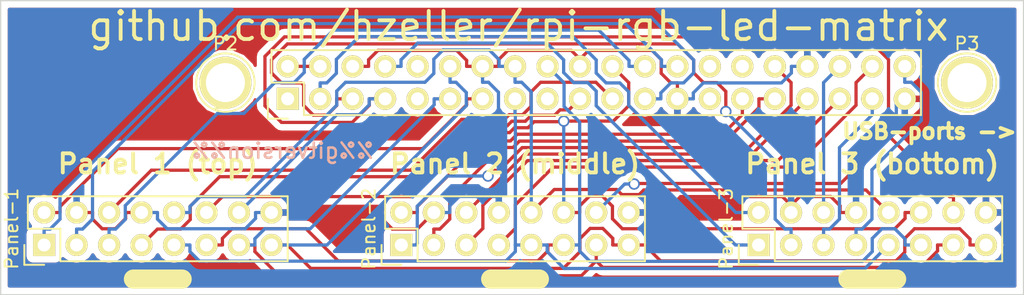
<source format=kicad_pcb>
(kicad_pcb (version 4) (host pcbnew "(2015-10-16 BZR 6271, Git e177d75)-product")

  (general
    (links 54)
    (no_connects 0)
    (area 84.621 35.449999 166.242334 59.772333)
    (thickness 1.6)
    (drawings 13)
    (tracks 443)
    (zones 0)
    (modules 6)
    (nets 28)
  )

  (page A4)
  (layers
    (0 F.Cu signal)
    (31 B.Cu signal)
    (32 B.Adhes user)
    (33 F.Adhes user)
    (34 B.Paste user)
    (35 F.Paste user)
    (36 B.SilkS user)
    (37 F.SilkS user)
    (38 B.Mask user)
    (39 F.Mask user)
    (40 Dwgs.User user)
    (41 Cmts.User user)
    (42 Eco1.User user)
    (43 Eco2.User user)
    (44 Edge.Cuts user)
    (45 Margin user)
    (46 B.CrtYd user)
    (47 F.CrtYd user)
    (48 B.Fab user)
    (49 F.Fab user)
  )

  (setup
    (last_trace_width 0.254)
    (trace_clearance 0.254)
    (zone_clearance 0.508)
    (zone_45_only no)
    (trace_min 0.254)
    (segment_width 0.2)
    (edge_width 0.1)
    (via_size 0.889)
    (via_drill 0.635)
    (via_min_size 0.889)
    (via_min_drill 0.508)
    (uvia_size 0.508)
    (uvia_drill 0.127)
    (uvias_allowed no)
    (uvia_min_size 0.508)
    (uvia_min_drill 0.127)
    (pcb_text_width 0.3)
    (pcb_text_size 1.5 1.5)
    (mod_edge_width 0.15)
    (mod_text_size 1 1)
    (mod_text_width 0.15)
    (pad_size 4.064 4.064)
    (pad_drill 3.048)
    (pad_to_mask_clearance 0)
    (aux_axis_origin 0 0)
    (visible_elements FFFFEF7F)
    (pcbplotparams
      (layerselection 0x010f0_80000001)
      (usegerberextensions true)
      (excludeedgelayer true)
      (linewidth 0.100000)
      (plotframeref false)
      (viasonmask false)
      (mode 1)
      (useauxorigin false)
      (hpglpennumber 1)
      (hpglpenspeed 20)
      (hpglpendiameter 15)
      (hpglpenoverlay 2)
      (psnegative false)
      (psa4output false)
      (plotreference true)
      (plotvalue true)
      (plotinvisibletext false)
      (padsonsilk false)
      (subtractmaskfromsilk false)
      (outputformat 1)
      (mirror false)
      (drillshape 0)
      (scaleselection 1)
      (outputdirectory fab/))
  )

  (net 0 "")
  (net 1 VCC)
  (net 2 GND)
  (net 3 p2_g1)
  (net 4 p2_b1)
  (net 5 strobe)
  (net 6 p2_r1)
  (net 7 p2_r2)
  (net 8 p0_r1)
  (net 9 p0_g1)
  (net 10 OE)
  (net 11 p0_b1)
  (net 12 p0_r2)
  (net 13 p0_g2)
  (net 14 row_D)
  (net 15 row_C)
  (net 16 p0_b2)
  (net 17 clock)
  (net 18 row_B)
  (net 19 row_A)
  (net 20 p1_g1)
  (net 21 p1_b1)
  (net 22 p1_r1)
  (net 23 p1_r2)
  (net 24 p1_b2)
  (net 25 p2_b2)
  (net 26 p1_g2)
  (net 27 p2_g2)

  (net_class Default "This is the default net class."
    (clearance 0.254)
    (trace_width 0.254)
    (via_dia 0.889)
    (via_drill 0.635)
    (uvia_dia 0.508)
    (uvia_drill 0.127)
    (add_net OE)
    (add_net clock)
    (add_net p0_b1)
    (add_net p0_b2)
    (add_net p0_g1)
    (add_net p0_g2)
    (add_net p0_r1)
    (add_net p0_r2)
    (add_net p1_b1)
    (add_net p1_b2)
    (add_net p1_g1)
    (add_net p1_g2)
    (add_net p1_r1)
    (add_net p1_r2)
    (add_net p2_b1)
    (add_net p2_b2)
    (add_net p2_g1)
    (add_net p2_g2)
    (add_net p2_r1)
    (add_net p2_r2)
    (add_net row_A)
    (add_net row_B)
    (add_net row_C)
    (add_net row_D)
    (add_net strobe)
  )

  (net_class power ""
    (clearance 0.254)
    (trace_width 0.254)
    (via_dia 0.889)
    (via_drill 0.635)
    (uvia_dia 0.508)
    (uvia_drill 0.127)
    (add_net GND)
    (add_net VCC)
  )

  (module Pin_Headers:Pin_Header_Straight_2x20 (layer F.Cu) (tedit 54F3A96C) (tstamp 54F3AB07)
    (at 107.95 43.18 90)
    (descr "Through hole pin header")
    (tags "pin header")
    (path /54ECB2B7)
    (fp_text reference P1 (at 0 -5.1 90) (layer F.SilkS)
      (effects (font (size 1 1) (thickness 0.15)))
    )
    (fp_text value CONN_02X20 (at 0 -3.1 90) (layer F.SilkS) hide
      (effects (font (size 1 1) (thickness 0.15)))
    )
    (fp_line (start -1.75 -1.75) (end -1.75 50.05) (layer F.CrtYd) (width 0.05))
    (fp_line (start 4.3 -1.75) (end 4.3 50.05) (layer F.CrtYd) (width 0.05))
    (fp_line (start -1.75 -1.75) (end 4.3 -1.75) (layer F.CrtYd) (width 0.05))
    (fp_line (start -1.75 50.05) (end 4.3 50.05) (layer F.CrtYd) (width 0.05))
    (fp_line (start 3.81 49.53) (end 3.81 -1.27) (layer F.SilkS) (width 0.15))
    (fp_line (start -1.27 1.27) (end -1.27 49.53) (layer F.SilkS) (width 0.15))
    (fp_line (start 3.81 49.53) (end -1.27 49.53) (layer F.SilkS) (width 0.15))
    (fp_line (start 3.81 -1.27) (end 1.27 -1.27) (layer F.SilkS) (width 0.15))
    (fp_line (start 0 -1.55) (end -1.55 -1.55) (layer F.SilkS) (width 0.15))
    (fp_line (start 1.27 -1.27) (end 1.27 1.27) (layer F.SilkS) (width 0.15))
    (fp_line (start 1.27 1.27) (end -1.27 1.27) (layer F.SilkS) (width 0.15))
    (fp_line (start -1.55 -1.55) (end -1.55 0) (layer F.SilkS) (width 0.15))
    (pad 1 thru_hole rect (at 0 0 90) (size 1.7272 1.7272) (drill 1.016) (layers *.Cu *.Mask F.SilkS))
    (pad 2 thru_hole oval (at 2.54 0 90) (size 1.7272 1.7272) (drill 1.016) (layers *.Cu *.Mask F.SilkS)
      (net 1 VCC))
    (pad 3 thru_hole oval (at 0 2.54 90) (size 1.7272 1.7272) (drill 1.016) (layers *.Cu *.Mask F.SilkS)
      (net 3 p2_g1))
    (pad 4 thru_hole oval (at 2.54 2.54 90) (size 1.7272 1.7272) (drill 1.016) (layers *.Cu *.Mask F.SilkS)
      (net 1 VCC))
    (pad 5 thru_hole oval (at 0 5.08 90) (size 1.7272 1.7272) (drill 1.016) (layers *.Cu *.Mask F.SilkS)
      (net 4 p2_b1))
    (pad 6 thru_hole oval (at 2.54 5.08 90) (size 1.7272 1.7272) (drill 1.016) (layers *.Cu *.Mask F.SilkS)
      (net 2 GND))
    (pad 7 thru_hole oval (at 0 7.62 90) (size 1.7272 1.7272) (drill 1.016) (layers *.Cu *.Mask F.SilkS)
      (net 5 strobe))
    (pad 8 thru_hole oval (at 2.54 7.62 90) (size 1.7272 1.7272) (drill 1.016) (layers *.Cu *.Mask F.SilkS)
      (net 6 p2_r1))
    (pad 9 thru_hole oval (at 0 10.16 90) (size 1.7272 1.7272) (drill 1.016) (layers *.Cu *.Mask F.SilkS))
    (pad 10 thru_hole oval (at 2.54 10.16 90) (size 1.7272 1.7272) (drill 1.016) (layers *.Cu *.Mask F.SilkS))
    (pad 11 thru_hole oval (at 0 12.7 90) (size 1.7272 1.7272) (drill 1.016) (layers *.Cu *.Mask F.SilkS)
      (net 17 clock))
    (pad 12 thru_hole oval (at 2.54 12.7 90) (size 1.7272 1.7272) (drill 1.016) (layers *.Cu *.Mask F.SilkS)
      (net 10 OE))
    (pad 13 thru_hole oval (at 0 15.24 90) (size 1.7272 1.7272) (drill 1.016) (layers *.Cu *.Mask F.SilkS)
      (net 9 p0_g1))
    (pad 14 thru_hole oval (at 2.54 15.24 90) (size 1.7272 1.7272) (drill 1.016) (layers *.Cu *.Mask F.SilkS)
      (net 2 GND))
    (pad 15 thru_hole oval (at 0 17.78 90) (size 1.7272 1.7272) (drill 1.016) (layers *.Cu *.Mask F.SilkS)
      (net 19 row_A))
    (pad 16 thru_hole oval (at 2.54 17.78 90) (size 1.7272 1.7272) (drill 1.016) (layers *.Cu *.Mask F.SilkS)
      (net 18 row_B))
    (pad 17 thru_hole oval (at 0 20.32 90) (size 1.7272 1.7272) (drill 1.016) (layers *.Cu *.Mask F.SilkS))
    (pad 18 thru_hole oval (at 2.54 20.32 90) (size 1.7272 1.7272) (drill 1.016) (layers *.Cu *.Mask F.SilkS)
      (net 15 row_C))
    (pad 19 thru_hole oval (at 0 22.86 90) (size 1.7272 1.7272) (drill 1.016) (layers *.Cu *.Mask F.SilkS)
      (net 16 p0_b2))
    (pad 20 thru_hole oval (at 2.54 22.86 90) (size 1.7272 1.7272) (drill 1.016) (layers *.Cu *.Mask F.SilkS)
      (net 2 GND))
    (pad 21 thru_hole oval (at 0 25.4 90) (size 1.7272 1.7272) (drill 1.016) (layers *.Cu *.Mask F.SilkS)
      (net 13 p0_g2))
    (pad 22 thru_hole oval (at 2.54 25.4 90) (size 1.7272 1.7272) (drill 1.016) (layers *.Cu *.Mask F.SilkS)
      (net 14 row_D))
    (pad 23 thru_hole oval (at 0 27.94 90) (size 1.7272 1.7272) (drill 1.016) (layers *.Cu *.Mask F.SilkS)
      (net 8 p0_r1))
    (pad 24 thru_hole oval (at 2.54 27.94 90) (size 1.7272 1.7272) (drill 1.016) (layers *.Cu *.Mask F.SilkS)
      (net 12 p0_r2))
    (pad 25 thru_hole oval (at 0 30.48 90) (size 1.7272 1.7272) (drill 1.016) (layers *.Cu *.Mask F.SilkS)
      (net 2 GND))
    (pad 26 thru_hole oval (at 2.54 30.48 90) (size 1.7272 1.7272) (drill 1.016) (layers *.Cu *.Mask F.SilkS)
      (net 11 p0_b1))
    (pad 27 thru_hole oval (at 0 33.02 90) (size 1.7272 1.7272) (drill 1.016) (layers *.Cu *.Mask F.SilkS))
    (pad 28 thru_hole oval (at 2.54 33.02 90) (size 1.7272 1.7272) (drill 1.016) (layers *.Cu *.Mask F.SilkS))
    (pad 29 thru_hole oval (at 0 35.56 90) (size 1.7272 1.7272) (drill 1.016) (layers *.Cu *.Mask F.SilkS)
      (net 20 p1_g1))
    (pad 30 thru_hole oval (at 2.54 35.56 90) (size 1.7272 1.7272) (drill 1.016) (layers *.Cu *.Mask F.SilkS))
    (pad 31 thru_hole oval (at 0 38.1 90) (size 1.7272 1.7272) (drill 1.016) (layers *.Cu *.Mask F.SilkS)
      (net 21 p1_b1))
    (pad 32 thru_hole oval (at 2.54 38.1 90) (size 1.7272 1.7272) (drill 1.016) (layers *.Cu *.Mask F.SilkS)
      (net 22 p1_r1))
    (pad 33 thru_hole oval (at 0 40.64 90) (size 1.7272 1.7272) (drill 1.016) (layers *.Cu *.Mask F.SilkS)
      (net 26 p1_g2))
    (pad 34 thru_hole oval (at 2.54 40.64 90) (size 1.7272 1.7272) (drill 1.016) (layers *.Cu *.Mask F.SilkS)
      (net 2 GND))
    (pad 35 thru_hole oval (at 0 43.18 90) (size 1.7272 1.7272) (drill 1.016) (layers *.Cu *.Mask F.SilkS)
      (net 23 p1_r2))
    (pad 36 thru_hole oval (at 2.54 43.18 90) (size 1.7272 1.7272) (drill 1.016) (layers *.Cu *.Mask F.SilkS)
      (net 27 p2_g2))
    (pad 37 thru_hole oval (at 0 45.72 90) (size 1.7272 1.7272) (drill 1.016) (layers *.Cu *.Mask F.SilkS)
      (net 7 p2_r2))
    (pad 38 thru_hole oval (at 2.54 45.72 90) (size 1.7272 1.7272) (drill 1.016) (layers *.Cu *.Mask F.SilkS)
      (net 24 p1_b2))
    (pad 39 thru_hole oval (at 0 48.26 90) (size 1.7272 1.7272) (drill 1.016) (layers *.Cu *.Mask F.SilkS)
      (net 2 GND))
    (pad 40 thru_hole oval (at 2.54 48.26 90) (size 1.7272 1.7272) (drill 1.016) (layers *.Cu *.Mask F.SilkS)
      (net 25 p2_b2))
    (model Pin_Headers/Pin_Header_Straight_2x20.wrl
      (at (xyz 0.05 -0.95 0))
      (scale (xyz 1 1 1))
      (rotate (xyz 0 0 90))
    )
  )

  (module Pin_Headers:Pin_Header_Straight_2x08 (layer F.Cu) (tedit 54F3ABF4) (tstamp 54F3AB27)
    (at 88.9 54.61 90)
    (descr "Through hole pin header")
    (tags "pin header")
    (path /54ECB236)
    (fp_text reference Panel-1 (at 1.27 -2.54 90) (layer F.SilkS)
      (effects (font (size 1 1) (thickness 0.15)))
    )
    (fp_text value CONN_02X08 (at 0 -3.1 90) (layer F.SilkS) hide
      (effects (font (size 1 1) (thickness 0.15)))
    )
    (fp_line (start -1.75 -1.75) (end -1.75 19.55) (layer F.CrtYd) (width 0.05))
    (fp_line (start 4.3 -1.75) (end 4.3 19.55) (layer F.CrtYd) (width 0.05))
    (fp_line (start -1.75 -1.75) (end 4.3 -1.75) (layer F.CrtYd) (width 0.05))
    (fp_line (start -1.75 19.55) (end 4.3 19.55) (layer F.CrtYd) (width 0.05))
    (fp_line (start 3.81 19.05) (end 3.81 -1.27) (layer F.SilkS) (width 0.15))
    (fp_line (start -1.27 1.27) (end -1.27 19.05) (layer F.SilkS) (width 0.15))
    (fp_line (start 3.81 19.05) (end -1.27 19.05) (layer F.SilkS) (width 0.15))
    (fp_line (start 3.81 -1.27) (end 1.27 -1.27) (layer F.SilkS) (width 0.15))
    (fp_line (start 0 -1.55) (end -1.55 -1.55) (layer F.SilkS) (width 0.15))
    (fp_line (start 1.27 -1.27) (end 1.27 1.27) (layer F.SilkS) (width 0.15))
    (fp_line (start 1.27 1.27) (end -1.27 1.27) (layer F.SilkS) (width 0.15))
    (fp_line (start -1.55 -1.55) (end -1.55 0) (layer F.SilkS) (width 0.15))
    (pad 1 thru_hole rect (at 0 0 90) (size 1.7272 1.7272) (drill 1.016) (layers *.Cu *.Mask F.SilkS)
      (net 8 p0_r1))
    (pad 2 thru_hole oval (at 2.54 0 90) (size 1.7272 1.7272) (drill 1.016) (layers *.Cu *.Mask F.SilkS)
      (net 9 p0_g1))
    (pad 3 thru_hole oval (at 0 2.54 90) (size 1.7272 1.7272) (drill 1.016) (layers *.Cu *.Mask F.SilkS)
      (net 11 p0_b1))
    (pad 4 thru_hole oval (at 2.54 2.54 90) (size 1.7272 1.7272) (drill 1.016) (layers *.Cu *.Mask F.SilkS)
      (net 2 GND))
    (pad 5 thru_hole oval (at 0 5.08 90) (size 1.7272 1.7272) (drill 1.016) (layers *.Cu *.Mask F.SilkS)
      (net 12 p0_r2))
    (pad 6 thru_hole oval (at 2.54 5.08 90) (size 1.7272 1.7272) (drill 1.016) (layers *.Cu *.Mask F.SilkS)
      (net 13 p0_g2))
    (pad 7 thru_hole oval (at 0 7.62 90) (size 1.7272 1.7272) (drill 1.016) (layers *.Cu *.Mask F.SilkS)
      (net 16 p0_b2))
    (pad 8 thru_hole oval (at 2.54 7.62 90) (size 1.7272 1.7272) (drill 1.016) (layers *.Cu *.Mask F.SilkS)
      (net 2 GND))
    (pad 9 thru_hole oval (at 0 10.16 90) (size 1.7272 1.7272) (drill 1.016) (layers *.Cu *.Mask F.SilkS)
      (net 19 row_A))
    (pad 10 thru_hole oval (at 2.54 10.16 90) (size 1.7272 1.7272) (drill 1.016) (layers *.Cu *.Mask F.SilkS)
      (net 18 row_B))
    (pad 11 thru_hole oval (at 0 12.7 90) (size 1.7272 1.7272) (drill 1.016) (layers *.Cu *.Mask F.SilkS)
      (net 15 row_C))
    (pad 12 thru_hole oval (at 2.54 12.7 90) (size 1.7272 1.7272) (drill 1.016) (layers *.Cu *.Mask F.SilkS)
      (net 14 row_D))
    (pad 13 thru_hole oval (at 0 15.24 90) (size 1.7272 1.7272) (drill 1.016) (layers *.Cu *.Mask F.SilkS)
      (net 17 clock))
    (pad 14 thru_hole oval (at 2.54 15.24 90) (size 1.7272 1.7272) (drill 1.016) (layers *.Cu *.Mask F.SilkS)
      (net 5 strobe))
    (pad 15 thru_hole oval (at 0 17.78 90) (size 1.7272 1.7272) (drill 1.016) (layers *.Cu *.Mask F.SilkS)
      (net 10 OE))
    (pad 16 thru_hole oval (at 2.54 17.78 90) (size 1.7272 1.7272) (drill 1.016) (layers *.Cu *.Mask F.SilkS)
      (net 2 GND))
    (model Pin_Headers.3dshapes/Pin_Header_Straight_2x08.wrl
      (at (xyz 0.05 -0.35 0))
      (scale (xyz 1 1 1))
      (rotate (xyz 0 0 90))
    )
  )

  (module Pin_Headers:Pin_Header_Straight_2x08 (layer F.Cu) (tedit 54F3ABF0) (tstamp 54F3AB47)
    (at 116.84 54.61 90)
    (descr "Through hole pin header")
    (tags "pin header")
    (path /54ECE201)
    (fp_text reference Panel-2 (at 1.27 -2.54 90) (layer F.SilkS)
      (effects (font (size 1 1) (thickness 0.15)))
    )
    (fp_text value CONN_02X08 (at 0 -3.1 90) (layer F.SilkS) hide
      (effects (font (size 1 1) (thickness 0.15)))
    )
    (fp_line (start -1.75 -1.75) (end -1.75 19.55) (layer F.CrtYd) (width 0.05))
    (fp_line (start 4.3 -1.75) (end 4.3 19.55) (layer F.CrtYd) (width 0.05))
    (fp_line (start -1.75 -1.75) (end 4.3 -1.75) (layer F.CrtYd) (width 0.05))
    (fp_line (start -1.75 19.55) (end 4.3 19.55) (layer F.CrtYd) (width 0.05))
    (fp_line (start 3.81 19.05) (end 3.81 -1.27) (layer F.SilkS) (width 0.15))
    (fp_line (start -1.27 1.27) (end -1.27 19.05) (layer F.SilkS) (width 0.15))
    (fp_line (start 3.81 19.05) (end -1.27 19.05) (layer F.SilkS) (width 0.15))
    (fp_line (start 3.81 -1.27) (end 1.27 -1.27) (layer F.SilkS) (width 0.15))
    (fp_line (start 0 -1.55) (end -1.55 -1.55) (layer F.SilkS) (width 0.15))
    (fp_line (start 1.27 -1.27) (end 1.27 1.27) (layer F.SilkS) (width 0.15))
    (fp_line (start 1.27 1.27) (end -1.27 1.27) (layer F.SilkS) (width 0.15))
    (fp_line (start -1.55 -1.55) (end -1.55 0) (layer F.SilkS) (width 0.15))
    (pad 1 thru_hole rect (at 0 0 90) (size 1.7272 1.7272) (drill 1.016) (layers *.Cu *.Mask F.SilkS)
      (net 22 p1_r1))
    (pad 2 thru_hole oval (at 2.54 0 90) (size 1.7272 1.7272) (drill 1.016) (layers *.Cu *.Mask F.SilkS)
      (net 20 p1_g1))
    (pad 3 thru_hole oval (at 0 2.54 90) (size 1.7272 1.7272) (drill 1.016) (layers *.Cu *.Mask F.SilkS)
      (net 21 p1_b1))
    (pad 4 thru_hole oval (at 2.54 2.54 90) (size 1.7272 1.7272) (drill 1.016) (layers *.Cu *.Mask F.SilkS)
      (net 2 GND))
    (pad 5 thru_hole oval (at 0 5.08 90) (size 1.7272 1.7272) (drill 1.016) (layers *.Cu *.Mask F.SilkS)
      (net 23 p1_r2))
    (pad 6 thru_hole oval (at 2.54 5.08 90) (size 1.7272 1.7272) (drill 1.016) (layers *.Cu *.Mask F.SilkS)
      (net 26 p1_g2))
    (pad 7 thru_hole oval (at 0 7.62 90) (size 1.7272 1.7272) (drill 1.016) (layers *.Cu *.Mask F.SilkS)
      (net 24 p1_b2))
    (pad 8 thru_hole oval (at 2.54 7.62 90) (size 1.7272 1.7272) (drill 1.016) (layers *.Cu *.Mask F.SilkS)
      (net 2 GND))
    (pad 9 thru_hole oval (at 0 10.16 90) (size 1.7272 1.7272) (drill 1.016) (layers *.Cu *.Mask F.SilkS)
      (net 19 row_A))
    (pad 10 thru_hole oval (at 2.54 10.16 90) (size 1.7272 1.7272) (drill 1.016) (layers *.Cu *.Mask F.SilkS)
      (net 18 row_B))
    (pad 11 thru_hole oval (at 0 12.7 90) (size 1.7272 1.7272) (drill 1.016) (layers *.Cu *.Mask F.SilkS)
      (net 15 row_C))
    (pad 12 thru_hole oval (at 2.54 12.7 90) (size 1.7272 1.7272) (drill 1.016) (layers *.Cu *.Mask F.SilkS)
      (net 14 row_D))
    (pad 13 thru_hole oval (at 0 15.24 90) (size 1.7272 1.7272) (drill 1.016) (layers *.Cu *.Mask F.SilkS)
      (net 17 clock))
    (pad 14 thru_hole oval (at 2.54 15.24 90) (size 1.7272 1.7272) (drill 1.016) (layers *.Cu *.Mask F.SilkS)
      (net 5 strobe))
    (pad 15 thru_hole oval (at 0 17.78 90) (size 1.7272 1.7272) (drill 1.016) (layers *.Cu *.Mask F.SilkS)
      (net 10 OE))
    (pad 16 thru_hole oval (at 2.54 17.78 90) (size 1.7272 1.7272) (drill 1.016) (layers *.Cu *.Mask F.SilkS)
      (net 2 GND))
    (model Pin_Headers.3dshapes/Pin_Header_Straight_2x08.wrl
      (at (xyz 0.05 -0.35 0))
      (scale (xyz 1 1 1))
      (rotate (xyz 0 0 90))
    )
  )

  (module Pin_Headers:Pin_Header_Straight_2x08 (layer F.Cu) (tedit 54F3ABEC) (tstamp 54F3AB67)
    (at 144.78 54.61 90)
    (descr "Through hole pin header")
    (tags "pin header")
    (path /54F3E6D5)
    (fp_text reference Panel-3 (at 1.27 -2.54 90) (layer F.SilkS)
      (effects (font (size 1 1) (thickness 0.15)))
    )
    (fp_text value CONN_02X08 (at 0 -3.1 90) (layer F.SilkS) hide
      (effects (font (size 1 1) (thickness 0.15)))
    )
    (fp_line (start -1.75 -1.75) (end -1.75 19.55) (layer F.CrtYd) (width 0.05))
    (fp_line (start 4.3 -1.75) (end 4.3 19.55) (layer F.CrtYd) (width 0.05))
    (fp_line (start -1.75 -1.75) (end 4.3 -1.75) (layer F.CrtYd) (width 0.05))
    (fp_line (start -1.75 19.55) (end 4.3 19.55) (layer F.CrtYd) (width 0.05))
    (fp_line (start 3.81 19.05) (end 3.81 -1.27) (layer F.SilkS) (width 0.15))
    (fp_line (start -1.27 1.27) (end -1.27 19.05) (layer F.SilkS) (width 0.15))
    (fp_line (start 3.81 19.05) (end -1.27 19.05) (layer F.SilkS) (width 0.15))
    (fp_line (start 3.81 -1.27) (end 1.27 -1.27) (layer F.SilkS) (width 0.15))
    (fp_line (start 0 -1.55) (end -1.55 -1.55) (layer F.SilkS) (width 0.15))
    (fp_line (start 1.27 -1.27) (end 1.27 1.27) (layer F.SilkS) (width 0.15))
    (fp_line (start 1.27 1.27) (end -1.27 1.27) (layer F.SilkS) (width 0.15))
    (fp_line (start -1.55 -1.55) (end -1.55 0) (layer F.SilkS) (width 0.15))
    (pad 1 thru_hole rect (at 0 0 90) (size 1.7272 1.7272) (drill 1.016) (layers *.Cu *.Mask F.SilkS)
      (net 6 p2_r1))
    (pad 2 thru_hole oval (at 2.54 0 90) (size 1.7272 1.7272) (drill 1.016) (layers *.Cu *.Mask F.SilkS)
      (net 3 p2_g1))
    (pad 3 thru_hole oval (at 0 2.54 90) (size 1.7272 1.7272) (drill 1.016) (layers *.Cu *.Mask F.SilkS)
      (net 4 p2_b1))
    (pad 4 thru_hole oval (at 2.54 2.54 90) (size 1.7272 1.7272) (drill 1.016) (layers *.Cu *.Mask F.SilkS)
      (net 2 GND))
    (pad 5 thru_hole oval (at 0 5.08 90) (size 1.7272 1.7272) (drill 1.016) (layers *.Cu *.Mask F.SilkS)
      (net 7 p2_r2))
    (pad 6 thru_hole oval (at 2.54 5.08 90) (size 1.7272 1.7272) (drill 1.016) (layers *.Cu *.Mask F.SilkS)
      (net 27 p2_g2))
    (pad 7 thru_hole oval (at 0 7.62 90) (size 1.7272 1.7272) (drill 1.016) (layers *.Cu *.Mask F.SilkS)
      (net 25 p2_b2))
    (pad 8 thru_hole oval (at 2.54 7.62 90) (size 1.7272 1.7272) (drill 1.016) (layers *.Cu *.Mask F.SilkS)
      (net 2 GND))
    (pad 9 thru_hole oval (at 0 10.16 90) (size 1.7272 1.7272) (drill 1.016) (layers *.Cu *.Mask F.SilkS)
      (net 19 row_A))
    (pad 10 thru_hole oval (at 2.54 10.16 90) (size 1.7272 1.7272) (drill 1.016) (layers *.Cu *.Mask F.SilkS)
      (net 18 row_B))
    (pad 11 thru_hole oval (at 0 12.7 90) (size 1.7272 1.7272) (drill 1.016) (layers *.Cu *.Mask F.SilkS)
      (net 15 row_C))
    (pad 12 thru_hole oval (at 2.54 12.7 90) (size 1.7272 1.7272) (drill 1.016) (layers *.Cu *.Mask F.SilkS)
      (net 14 row_D))
    (pad 13 thru_hole oval (at 0 15.24 90) (size 1.7272 1.7272) (drill 1.016) (layers *.Cu *.Mask F.SilkS)
      (net 17 clock))
    (pad 14 thru_hole oval (at 2.54 15.24 90) (size 1.7272 1.7272) (drill 1.016) (layers *.Cu *.Mask F.SilkS)
      (net 5 strobe))
    (pad 15 thru_hole oval (at 0 17.78 90) (size 1.7272 1.7272) (drill 1.016) (layers *.Cu *.Mask F.SilkS)
      (net 10 OE))
    (pad 16 thru_hole oval (at 2.54 17.78 90) (size 1.7272 1.7272) (drill 1.016) (layers *.Cu *.Mask F.SilkS)
      (net 2 GND))
    (model Pin_Headers.3dshapes/Pin_Header_Straight_2x08.wrl
      (at (xyz 0.05 -0.35 0))
      (scale (xyz 1 1 1))
      (rotate (xyz 0 0 90))
    )
  )

  (module Connect:1pin locked (layer F.Cu) (tedit 54F3F79E) (tstamp 54F3F77D)
    (at 103.08 41.91)
    (descr "module 1 pin (ou trou mecanique de percage)")
    (tags DEV)
    (path /54F43868)
    (fp_text reference P2 (at 0 -3.048) (layer F.SilkS)
      (effects (font (size 1 1) (thickness 0.15)))
    )
    (fp_text value CONN_01X01 (at 0 2.794) (layer F.SilkS) hide
      (effects (font (size 1 1) (thickness 0.15)))
    )
    (fp_circle (center 0 0) (end 0 -2.286) (layer F.SilkS) (width 0.15))
    (pad 1 thru_hole circle (at 0 0) (size 4.064 4.064) (drill 3.048) (layers *.Cu *.Mask F.SilkS))
  )

  (module Connect:1pin locked (layer F.Cu) (tedit 54F3F75A) (tstamp 54F3F783)
    (at 161.08 41.91)
    (descr "module 1 pin (ou trou mecanique de percage)")
    (tags DEV)
    (path /54F43A29)
    (fp_text reference P3 (at 0 -3.048) (layer F.SilkS)
      (effects (font (size 1 1) (thickness 0.15)))
    )
    (fp_text value CONN_01X01 (at 0 2.794) (layer F.SilkS) hide
      (effects (font (size 1 1) (thickness 0.15)))
    )
    (fp_circle (center 0 0) (end 0 -2.286) (layer F.SilkS) (width 0.15))
    (pad 1 thru_hole circle (at 0 0) (size 4.064 4.064) (drill 3.048) (layers *.Cu *.Mask F.SilkS))
  )

  (gr_text %%gitversion%% (at 114.808 47.244) (layer B.SilkS)
    (effects (font (size 1.2 1.2) (thickness 0.2)) (justify left mirror))
  )
  (gr_text github.com/hzeller/rpi-rgb-led-matrix (at 126 37.5) (layer F.SilkS)
    (effects (font (size 2.2 2.2) (thickness 0.3)))
  )
  (gr_text "USB-ports ->" (at 165.1 45.72) (layer F.SilkS)
    (effects (font (size 1.2 1.2) (thickness 0.3)) (justify right))
  )
  (gr_line (start 151.765 57.277) (end 155.575 57.277) (angle 90) (layer F.SilkS) (width 1.5))
  (gr_line (start 95.885 57.277) (end 99.695 57.277) (angle 90) (layer F.SilkS) (width 1.5))
  (gr_line (start 123.825 57.277) (end 127.635 57.277) (angle 90) (layer F.SilkS) (width 1.5))
  (gr_text "Panel 3 (bottom)" (at 153.67 48.26) (layer F.SilkS)
    (effects (font (size 1.5 1.5) (thickness 0.3)))
  )
  (gr_text "Panel 2 (middle)" (at 125.73 48.26) (layer F.SilkS)
    (effects (font (size 1.5 1.5) (thickness 0.3)))
  )
  (gr_text "Panel 1 (top)" (at 97.79 48.26) (layer F.SilkS)
    (effects (font (size 1.5 1.5) (thickness 0.3)))
  )
  (gr_line (start 85.5 58.5) (end 85.5 35.5) (angle 90) (layer Edge.Cuts) (width 0.1) (tstamp 556C01FD))
  (gr_line (start 85.5 35.5) (end 165.5 35.5) (angle 90) (layer Edge.Cuts) (width 0.1))
  (gr_line (start 165.5 35.5) (end 165.5 58.5) (angle 90) (layer Edge.Cuts) (width 0.1) (tstamp 556BCFD7))
  (gr_line (start 165.5 58.5) (end 85.5 58.5) (angle 90) (layer Edge.Cuts) (width 0.1) (tstamp 556BCFD8))

  (segment (start 110.49 40.64) (end 107.95 40.64) (width 0.254) (layer F.Cu) (net 1))
  (segment (start 155.549 43.18) (end 155.549 44.4288) (width 0.254) (layer B.Cu) (net 2))
  (segment (start 155.549 44.4288) (end 152.4 47.5778) (width 0.254) (layer B.Cu) (net 2))
  (segment (start 152.4 47.5778) (end 152.4 52.07) (width 0.254) (layer B.Cu) (net 2))
  (segment (start 135.8649 52.07) (end 137.4331 52.07) (width 0.254) (layer F.Cu) (net 2))
  (segment (start 137.4331 52.07) (end 138.6781 50.825) (width 0.254) (layer F.Cu) (net 2))
  (segment (start 138.6781 50.825) (end 146.6445 50.825) (width 0.254) (layer F.Cu) (net 2))
  (segment (start 146.6445 50.825) (end 147.32 51.5005) (width 0.254) (layer F.Cu) (net 2))
  (segment (start 148.59 40.64) (end 147.3451 40.64) (width 0.254) (layer B.Cu) (net 2))
  (segment (start 138.43 43.18) (end 139.6749 43.18) (width 0.254) (layer B.Cu) (net 2))
  (segment (start 139.6749 43.18) (end 139.6749 42.7131) (width 0.254) (layer B.Cu) (net 2))
  (segment (start 139.6749 42.7131) (end 140.4529 41.9351) (width 0.254) (layer B.Cu) (net 2))
  (segment (start 140.4529 41.9351) (end 146.5658 41.9351) (width 0.254) (layer B.Cu) (net 2))
  (segment (start 146.5658 41.9351) (end 147.3451 41.1558) (width 0.254) (layer B.Cu) (net 2))
  (segment (start 147.3451 41.1558) (end 147.3451 40.64) (width 0.254) (layer B.Cu) (net 2))
  (segment (start 130.81 40.0705) (end 131.487 39.3935) (width 0.254) (layer F.Cu) (net 2))
  (segment (start 131.487 39.3935) (end 136.4517 39.3935) (width 0.254) (layer F.Cu) (net 2))
  (segment (start 136.4517 39.3935) (end 137.16 40.1018) (width 0.254) (layer F.Cu) (net 2))
  (segment (start 137.16 40.1018) (end 137.16 41.1809) (width 0.254) (layer F.Cu) (net 2))
  (segment (start 137.16 41.1809) (end 137.9142 41.9351) (width 0.254) (layer F.Cu) (net 2))
  (segment (start 137.9142 41.9351) (end 138.43 41.9351) (width 0.254) (layer F.Cu) (net 2))
  (segment (start 130.81 40.64) (end 130.81 40.0705) (width 0.254) (layer F.Cu) (net 2))
  (segment (start 130.81 40.0705) (end 130.133 39.3935) (width 0.254) (layer F.Cu) (net 2))
  (segment (start 130.133 39.3935) (end 125.1656 39.3935) (width 0.254) (layer F.Cu) (net 2))
  (segment (start 125.1656 39.3935) (end 124.4349 40.1242) (width 0.254) (layer F.Cu) (net 2))
  (segment (start 124.4349 40.1242) (end 124.4349 40.64) (width 0.254) (layer F.Cu) (net 2))
  (segment (start 123.19 40.64) (end 124.4349 40.64) (width 0.254) (layer F.Cu) (net 2))
  (segment (start 113.03 40.64) (end 114.2749 40.64) (width 0.254) (layer F.Cu) (net 2))
  (segment (start 123.19 40.64) (end 121.9451 40.64) (width 0.254) (layer F.Cu) (net 2))
  (segment (start 121.9451 40.64) (end 121.9451 40.1732) (width 0.254) (layer F.Cu) (net 2))
  (segment (start 121.9451 40.1732) (end 121.1654 39.3935) (width 0.254) (layer F.Cu) (net 2))
  (segment (start 121.1654 39.3935) (end 115.0056 39.3935) (width 0.254) (layer F.Cu) (net 2))
  (segment (start 115.0056 39.3935) (end 114.2749 40.1242) (width 0.254) (layer F.Cu) (net 2))
  (segment (start 114.2749 40.1242) (end 114.2749 40.64) (width 0.254) (layer F.Cu) (net 2))
  (segment (start 119.38 52.07) (end 118.085 53.365) (width 0.254) (layer F.Cu) (net 2))
  (segment (start 118.085 53.365) (end 116.1284 53.365) (width 0.254) (layer F.Cu) (net 2))
  (segment (start 116.1284 53.365) (end 114.8334 52.07) (width 0.254) (layer F.Cu) (net 2))
  (segment (start 114.8334 52.07) (end 106.68 52.07) (width 0.254) (layer F.Cu) (net 2))
  (segment (start 138.43 43.18) (end 138.43 41.9351) (width 0.254) (layer F.Cu) (net 2))
  (segment (start 130.81 40.64) (end 131.064 40.386) (width 0.254) (layer B.Cu) (net 2))
  (segment (start 119.38 52.07) (end 120.6249 52.07) (width 0.254) (layer B.Cu) (net 2))
  (segment (start 124.46 51.0015) (end 124.2714 50.8129) (width 0.254) (layer B.Cu) (net 2))
  (segment (start 124.2714 50.8129) (end 121.3662 50.8129) (width 0.254) (layer B.Cu) (net 2))
  (segment (start 121.3662 50.8129) (end 120.6249 51.5542) (width 0.254) (layer B.Cu) (net 2))
  (segment (start 120.6249 51.5542) (end 120.6249 52.07) (width 0.254) (layer B.Cu) (net 2))
  (segment (start 124.46 51.0015) (end 124.46 50.8251) (width 0.254) (layer B.Cu) (net 2))
  (segment (start 124.46 52.07) (end 124.46 51.0015) (width 0.254) (layer B.Cu) (net 2))
  (segment (start 123.19 40.64) (end 123.19 41.8849) (width 0.254) (layer B.Cu) (net 2))
  (segment (start 123.19 41.8849) (end 123.6569 41.8849) (width 0.254) (layer B.Cu) (net 2))
  (segment (start 123.6569 41.8849) (end 124.4349 42.6629) (width 0.254) (layer B.Cu) (net 2))
  (segment (start 124.4349 42.6629) (end 124.4349 48.716) (width 0.254) (layer B.Cu) (net 2))
  (segment (start 124.4349 48.716) (end 124.7135 48.9946) (width 0.254) (layer B.Cu) (net 2))
  (segment (start 124.7135 48.9946) (end 124.7135 50.5716) (width 0.254) (layer B.Cu) (net 2))
  (segment (start 124.7135 50.5716) (end 124.46 50.8251) (width 0.254) (layer B.Cu) (net 2))
  (segment (start 123.19 40.64) (end 122.936 40.386) (width 0.254) (layer B.Cu) (net 2))
  (segment (start 106.68 52.07) (end 105.4351 52.07) (width 0.254) (layer B.Cu) (net 2))
  (segment (start 162.56 52.07) (end 162.56 50.8251) (width 0.254) (layer F.Cu) (net 2))
  (segment (start 156.21 43.18) (end 156.21 44.4751) (width 0.254) (layer F.Cu) (net 2))
  (segment (start 156.21 44.4751) (end 162.56 50.8251) (width 0.254) (layer F.Cu) (net 2))
  (segment (start 155.6405 43.18) (end 155.549 43.18) (width 0.254) (layer B.Cu) (net 2))
  (segment (start 147.32 51.5005) (end 148.0036 50.8169) (width 0.254) (layer F.Cu) (net 2))
  (segment (start 148.0036 50.8169) (end 150.4178 50.8169) (width 0.254) (layer F.Cu) (net 2))
  (segment (start 150.4178 50.8169) (end 151.1551 51.5542) (width 0.254) (layer F.Cu) (net 2))
  (segment (start 151.1551 51.5542) (end 151.1551 52.07) (width 0.254) (layer F.Cu) (net 2))
  (segment (start 147.32 52.07) (end 147.32 51.5005) (width 0.254) (layer F.Cu) (net 2))
  (segment (start 134.62 52.07) (end 135.8649 52.07) (width 0.254) (layer F.Cu) (net 2))
  (segment (start 152.4 52.07) (end 151.1551 52.07) (width 0.254) (layer F.Cu) (net 2))
  (segment (start 96.52 52.07) (end 97.7649 52.07) (width 0.254) (layer B.Cu) (net 2))
  (segment (start 105.4351 52.07) (end 105.4351 52.5368) (width 0.254) (layer B.Cu) (net 2))
  (segment (start 105.4351 52.5368) (end 104.6319 53.34) (width 0.254) (layer B.Cu) (net 2))
  (segment (start 104.6319 53.34) (end 98.5191 53.34) (width 0.254) (layer B.Cu) (net 2))
  (segment (start 98.5191 53.34) (end 97.7649 52.5858) (width 0.254) (layer B.Cu) (net 2))
  (segment (start 97.7649 52.5858) (end 97.7649 52.07) (width 0.254) (layer B.Cu) (net 2))
  (segment (start 156.21 43.18) (end 155.6405 43.18) (width 0.254) (layer B.Cu) (net 2))
  (segment (start 96.52 52.07) (end 95.2751 52.07) (width 0.254) (layer F.Cu) (net 2))
  (segment (start 91.44 52.07) (end 92.6849 52.07) (width 0.254) (layer F.Cu) (net 2))
  (segment (start 95.2751 52.07) (end 95.2751 52.5368) (width 0.254) (layer F.Cu) (net 2))
  (segment (start 95.2751 52.5368) (end 94.4719 53.34) (width 0.254) (layer F.Cu) (net 2))
  (segment (start 94.4719 53.34) (end 93.4391 53.34) (width 0.254) (layer F.Cu) (net 2))
  (segment (start 93.4391 53.34) (end 92.6849 52.5858) (width 0.254) (layer F.Cu) (net 2))
  (segment (start 92.6849 52.5858) (end 92.6849 52.07) (width 0.254) (layer F.Cu) (net 2))
  (segment (start 148.59 40.64) (end 148.717 40.513) (width 0.254) (layer B.Cu) (net 2))
  (segment (start 110.49 43.18) (end 110.49 41.9351) (width 0.254) (layer B.Cu) (net 3))
  (segment (start 144.78 52.07) (end 142.9981 52.07) (width 0.254) (layer B.Cu) (net 3))
  (segment (start 142.9981 52.07) (end 134.62 43.6919) (width 0.254) (layer B.Cu) (net 3))
  (segment (start 134.62 43.6919) (end 134.62 42.6286) (width 0.254) (layer B.Cu) (net 3))
  (segment (start 134.62 42.6286) (end 133.9264 41.935) (width 0.254) (layer B.Cu) (net 3))
  (segment (start 133.9264 41.935) (end 132.8509 41.935) (width 0.254) (layer B.Cu) (net 3))
  (segment (start 132.8509 41.935) (end 132.08 41.1641) (width 0.254) (layer B.Cu) (net 3))
  (segment (start 132.08 41.1641) (end 132.08 40.1388) (width 0.254) (layer B.Cu) (net 3))
  (segment (start 132.08 40.1388) (end 130.2519 38.3107) (width 0.254) (layer B.Cu) (net 3))
  (segment (start 130.2519 38.3107) (end 113.5423 38.3107) (width 0.254) (layer B.Cu) (net 3))
  (segment (start 113.5423 38.3107) (end 111.76 40.093) (width 0.254) (layer B.Cu) (net 3))
  (segment (start 111.76 40.093) (end 111.76 41.1809) (width 0.254) (layer B.Cu) (net 3))
  (segment (start 111.76 41.1809) (end 111.0058 41.9351) (width 0.254) (layer B.Cu) (net 3))
  (segment (start 111.0058 41.9351) (end 110.49 41.9351) (width 0.254) (layer B.Cu) (net 3))
  (segment (start 111.7851 43.18) (end 111.7851 43.6958) (width 0.254) (layer F.Cu) (net 4))
  (segment (start 111.7851 43.6958) (end 111.0272 44.4537) (width 0.254) (layer F.Cu) (net 4))
  (segment (start 111.0272 44.4537) (end 109.9544 44.4537) (width 0.254) (layer F.Cu) (net 4))
  (segment (start 109.9544 44.4537) (end 109.195 43.6943) (width 0.254) (layer F.Cu) (net 4))
  (segment (start 109.195 43.6943) (end 109.195 42.1039) (width 0.254) (layer F.Cu) (net 4))
  (segment (start 109.195 42.1039) (end 109.0261 41.935) (width 0.254) (layer F.Cu) (net 4))
  (segment (start 109.0261 41.935) (end 107.4676 41.935) (width 0.254) (layer F.Cu) (net 4))
  (segment (start 107.4676 41.935) (end 106.6848 41.1522) (width 0.254) (layer F.Cu) (net 4))
  (segment (start 106.6848 41.1522) (end 106.6848 40.1232) (width 0.254) (layer F.Cu) (net 4))
  (segment (start 106.6848 40.1232) (end 107.9229 38.8851) (width 0.254) (layer F.Cu) (net 4))
  (segment (start 107.9229 38.8851) (end 138.4398 38.8851) (width 0.254) (layer F.Cu) (net 4))
  (segment (start 138.4398 38.8851) (end 139.7 40.1453) (width 0.254) (layer F.Cu) (net 4))
  (segment (start 139.7 40.1453) (end 139.7 41.1427) (width 0.254) (layer F.Cu) (net 4))
  (segment (start 139.7 41.1427) (end 140.4673 41.91) (width 0.254) (layer F.Cu) (net 4))
  (segment (start 140.4673 41.91) (end 141.5214 41.91) (width 0.254) (layer F.Cu) (net 4))
  (segment (start 141.5214 41.91) (end 142.215 42.6036) (width 0.254) (layer F.Cu) (net 4))
  (segment (start 142.215 42.6036) (end 142.215 44.1727) (width 0.254) (layer F.Cu) (net 4))
  (segment (start 147.32 53.3651) (end 146.8531 53.3651) (width 0.254) (layer B.Cu) (net 4))
  (segment (start 146.8531 53.3651) (end 146.0751 52.5871) (width 0.254) (layer B.Cu) (net 4))
  (segment (start 146.0751 52.5871) (end 146.0751 48.0328) (width 0.254) (layer B.Cu) (net 4))
  (segment (start 146.0751 48.0328) (end 142.215 44.1727) (width 0.254) (layer B.Cu) (net 4))
  (segment (start 147.32 54.61) (end 147.32 53.3651) (width 0.254) (layer B.Cu) (net 4))
  (segment (start 113.03 43.18) (end 111.7851 43.18) (width 0.254) (layer F.Cu) (net 4))
  (via (at 142.215 44.1727) (size 0.889) (layers F.Cu B.Cu) (net 4))
  (segment (start 154.94 46.0566) (end 159.7085 50.8251) (width 0.254) (layer F.Cu) (net 5))
  (segment (start 159.7085 50.8251) (end 160.02 50.8251) (width 0.254) (layer F.Cu) (net 5))
  (segment (start 114.3251 43.18) (end 114.3251 43.6958) (width 0.254) (layer F.Cu) (net 5))
  (segment (start 114.3251 43.6958) (end 112.9962 45.0247) (width 0.254) (layer F.Cu) (net 5))
  (segment (start 112.9962 45.0247) (end 107.4657 45.0247) (width 0.254) (layer F.Cu) (net 5))
  (segment (start 107.4657 45.0247) (end 106.1721 43.7311) (width 0.254) (layer F.Cu) (net 5))
  (segment (start 106.1721 43.7311) (end 106.1721 39.857) (width 0.254) (layer F.Cu) (net 5))
  (segment (start 106.1721 39.857) (end 107.6953 38.3338) (width 0.254) (layer F.Cu) (net 5))
  (segment (start 107.6953 38.3338) (end 153.1668 38.3338) (width 0.254) (layer F.Cu) (net 5))
  (segment (start 153.1668 38.3338) (end 154.94 40.107) (width 0.254) (layer F.Cu) (net 5))
  (segment (start 154.94 40.107) (end 154.94 46.0566) (width 0.254) (layer F.Cu) (net 5))
  (segment (start 115.57 43.18) (end 114.3251 43.18) (width 0.254) (layer B.Cu) (net 5))
  (segment (start 114.3251 43.18) (end 114.3251 43.6469) (width 0.254) (layer B.Cu) (net 5))
  (segment (start 114.3251 43.6469) (end 113.5471 44.4249) (width 0.254) (layer B.Cu) (net 5))
  (segment (start 113.5471 44.4249) (end 111.7851 44.4249) (width 0.254) (layer B.Cu) (net 5))
  (segment (start 111.7851 44.4249) (end 104.14 52.07) (width 0.254) (layer B.Cu) (net 5))
  (segment (start 115.57 43.18) (end 114.3251 43.18) (width 0.254) (layer F.Cu) (net 5))
  (segment (start 160.02 52.07) (end 160.02 50.8251) (width 0.254) (layer F.Cu) (net 5))
  (segment (start 132.08 52.07) (end 134.308461 49.841539) (width 0.254) (layer B.Cu) (net 5))
  (segment (start 154.94 46.0566) (end 151.1971 49.7995) (width 0.254) (layer F.Cu) (net 5))
  (segment (start 134.308461 49.841539) (end 134.416483 49.841539) (width 0.254) (layer B.Cu) (net 5))
  (via (at 135.0451 49.841539) (size 0.889) (drill 0.635) (layers F.Cu B.Cu) (net 5))
  (segment (start 134.416483 49.841539) (end 135.0451 49.841539) (width 0.254) (layer B.Cu) (net 5))
  (segment (start 151.1971 49.7995) (end 135.087139 49.7995) (width 0.254) (layer F.Cu) (net 5))
  (segment (start 135.087139 49.7995) (end 135.0451 49.841539) (width 0.254) (layer F.Cu) (net 5))
  (segment (start 143.5351 54.61) (end 142.9692 54.61) (width 0.254) (layer B.Cu) (net 6))
  (segment (start 142.9692 54.61) (end 132.0799 43.7207) (width 0.254) (layer B.Cu) (net 6))
  (segment (start 132.0799 43.7207) (end 132.0799 42.578) (width 0.254) (layer B.Cu) (net 6))
  (segment (start 132.0799 42.578) (end 131.4119 41.91) (width 0.254) (layer B.Cu) (net 6))
  (segment (start 131.4119 41.91) (end 130.3178 41.91) (width 0.254) (layer B.Cu) (net 6))
  (segment (start 130.3178 41.91) (end 129.5321 41.1243) (width 0.254) (layer B.Cu) (net 6))
  (segment (start 129.5321 41.1243) (end 129.5321 40.1322) (width 0.254) (layer B.Cu) (net 6))
  (segment (start 129.5321 40.1322) (end 128.2189 38.819) (width 0.254) (layer B.Cu) (net 6))
  (segment (start 128.2189 38.819) (end 118.1201 38.819) (width 0.254) (layer B.Cu) (net 6))
  (segment (start 118.1201 38.819) (end 116.8149 40.1242) (width 0.254) (layer B.Cu) (net 6))
  (segment (start 116.8149 40.1242) (end 116.8149 40.64) (width 0.254) (layer B.Cu) (net 6))
  (segment (start 144.78 54.61) (end 143.5351 54.61) (width 0.254) (layer B.Cu) (net 6))
  (segment (start 115.57 40.64) (end 116.8149 40.64) (width 0.254) (layer B.Cu) (net 6))
  (segment (start 153.67 43.18) (end 153.67 44.4249) (width 0.254) (layer B.Cu) (net 7))
  (segment (start 149.86 54.61) (end 149.86 53.3651) (width 0.254) (layer B.Cu) (net 7))
  (segment (start 149.86 53.3651) (end 150.3269 53.3651) (width 0.254) (layer B.Cu) (net 7))
  (segment (start 150.3269 53.3651) (end 151.1049 52.5871) (width 0.254) (layer B.Cu) (net 7))
  (segment (start 151.1049 52.5871) (end 151.1049 46.99) (width 0.254) (layer B.Cu) (net 7))
  (segment (start 151.1049 46.99) (end 153.67 44.4249) (width 0.254) (layer B.Cu) (net 7))
  (segment (start 135.89 43.18) (end 137.1349 43.18) (width 0.254) (layer B.Cu) (net 8))
  (segment (start 137.1349 43.18) (end 137.1349 42.7131) (width 0.254) (layer B.Cu) (net 8))
  (segment (start 137.1349 42.7131) (end 137.9129 41.9351) (width 0.254) (layer B.Cu) (net 8))
  (segment (start 137.9129 41.9351) (end 138.9108 41.9351) (width 0.254) (layer B.Cu) (net 8))
  (segment (start 138.9108 41.9351) (end 139.7 41.1459) (width 0.254) (layer B.Cu) (net 8))
  (segment (start 139.7 41.1459) (end 139.7 40.1384) (width 0.254) (layer B.Cu) (net 8))
  (segment (start 139.7 40.1384) (end 136.3474 36.7858) (width 0.254) (layer B.Cu) (net 8))
  (segment (start 136.3474 36.7858) (end 104.0481 36.7858) (width 0.254) (layer B.Cu) (net 8))
  (segment (start 104.0481 36.7858) (end 90.1449 50.689) (width 0.254) (layer B.Cu) (net 8))
  (segment (start 90.1449 50.689) (end 90.1449 52.5871) (width 0.254) (layer B.Cu) (net 8))
  (segment (start 90.1449 52.5871) (end 89.3669 53.3651) (width 0.254) (layer B.Cu) (net 8))
  (segment (start 89.3669 53.3651) (end 88.9 53.3651) (width 0.254) (layer B.Cu) (net 8))
  (segment (start 88.9 54.61) (end 88.9 53.3651) (width 0.254) (layer B.Cu) (net 8))
  (segment (start 123.19 43.18) (end 121.9451 43.18) (width 0.254) (layer F.Cu) (net 9))
  (segment (start 88.9 52.07) (end 90.1449 52.07) (width 0.254) (layer F.Cu) (net 9))
  (segment (start 90.1449 52.07) (end 90.1449 51.6032) (width 0.254) (layer F.Cu) (net 9))
  (segment (start 90.1449 51.6032) (end 94.6753 47.0728) (width 0.254) (layer F.Cu) (net 9))
  (segment (start 94.6753 47.0728) (end 118.5178 47.0728) (width 0.254) (layer F.Cu) (net 9))
  (segment (start 118.5178 47.0728) (end 121.9451 43.6455) (width 0.254) (layer F.Cu) (net 9))
  (segment (start 121.9451 43.6455) (end 121.9451 43.18) (width 0.254) (layer F.Cu) (net 9))
  (segment (start 134.62 54.61) (end 135.8649 54.61) (width 0.254) (layer F.Cu) (net 10))
  (segment (start 162.56 54.61) (end 161.3151 54.61) (width 0.254) (layer F.Cu) (net 10))
  (segment (start 161.3151 54.61) (end 161.3151 54.1432) (width 0.254) (layer F.Cu) (net 10))
  (segment (start 161.3151 54.1432) (end 160.5117 53.3398) (width 0.254) (layer F.Cu) (net 10))
  (segment (start 160.5117 53.3398) (end 156.9716 53.3398) (width 0.254) (layer F.Cu) (net 10))
  (segment (start 156.9716 53.3398) (end 156.21 54.1014) (width 0.254) (layer F.Cu) (net 10))
  (segment (start 156.21 54.1014) (end 156.21 55.1707) (width 0.254) (layer F.Cu) (net 10))
  (segment (start 156.21 55.1707) (end 155.5258 55.8549) (width 0.254) (layer F.Cu) (net 10))
  (segment (start 155.5258 55.8549) (end 137.1098 55.8549) (width 0.254) (layer F.Cu) (net 10))
  (segment (start 137.1098 55.8549) (end 135.8649 54.61) (width 0.254) (layer F.Cu) (net 10))
  (segment (start 133.3751 54.61) (end 133.3751 54.0942) (width 0.254) (layer F.Cu) (net 10))
  (segment (start 133.3751 54.0942) (end 132.5958 53.3149) (width 0.254) (layer F.Cu) (net 10))
  (segment (start 132.5958 53.3149) (end 131.6048 53.3149) (width 0.254) (layer F.Cu) (net 10))
  (segment (start 131.6048 53.3149) (end 130.81 54.1097) (width 0.254) (layer F.Cu) (net 10))
  (segment (start 130.81 54.1097) (end 130.81 55.1382) (width 0.254) (layer F.Cu) (net 10))
  (segment (start 130.81 55.1382) (end 129.5065 56.4417) (width 0.254) (layer F.Cu) (net 10))
  (segment (start 129.5065 56.4417) (end 109.7566 56.4417) (width 0.254) (layer F.Cu) (net 10))
  (segment (start 109.7566 56.4417) (end 107.9249 54.61) (width 0.254) (layer F.Cu) (net 10))
  (segment (start 134.62 54.61) (end 133.3751 54.61) (width 0.254) (layer F.Cu) (net 10))
  (segment (start 106.68 54.61) (end 107.9249 54.61) (width 0.254) (layer F.Cu) (net 10))
  (segment (start 120.65 40.64) (end 120.65 41.8849) (width 0.254) (layer B.Cu) (net 10))
  (segment (start 120.65 41.8849) (end 121.1168 41.8849) (width 0.254) (layer B.Cu) (net 10))
  (segment (start 121.1168 41.8849) (end 121.92 42.6881) (width 0.254) (layer B.Cu) (net 10))
  (segment (start 121.92 42.6881) (end 121.92 43.7177) (width 0.254) (layer B.Cu) (net 10))
  (segment (start 121.92 43.7177) (end 111.0277 54.61) (width 0.254) (layer B.Cu) (net 10))
  (segment (start 111.0277 54.61) (end 106.68 54.61) (width 0.254) (layer B.Cu) (net 10))
  (segment (start 137.1851 40.64) (end 137.1851 40.1242) (width 0.254) (layer B.Cu) (net 11))
  (segment (start 137.1851 40.1242) (end 134.355 37.2941) (width 0.254) (layer B.Cu) (net 11))
  (segment (start 134.355 37.2941) (end 104.2702 37.2941) (width 0.254) (layer B.Cu) (net 11))
  (segment (start 104.2702 37.2941) (end 92.6849 48.8794) (width 0.254) (layer B.Cu) (net 11))
  (segment (start 92.6849 48.8794) (end 92.6849 52.5871) (width 0.254) (layer B.Cu) (net 11))
  (segment (start 92.6849 52.5871) (end 91.9069 53.3651) (width 0.254) (layer B.Cu) (net 11))
  (segment (start 91.9069 53.3651) (end 91.44 53.3651) (width 0.254) (layer B.Cu) (net 11))
  (segment (start 138.43 40.64) (end 137.1851 40.64) (width 0.254) (layer B.Cu) (net 11))
  (segment (start 91.44 54.61) (end 91.44 53.3651) (width 0.254) (layer B.Cu) (net 11))
  (segment (start 134.6451 40.64) (end 134.6451 40.1731) (width 0.254) (layer B.Cu) (net 12))
  (segment (start 134.6451 40.1731) (end 132.2744 37.8024) (width 0.254) (layer B.Cu) (net 12))
  (segment (start 132.2744 37.8024) (end 111.5324 37.8024) (width 0.254) (layer B.Cu) (net 12))
  (segment (start 111.5324 37.8024) (end 109.245 40.0898) (width 0.254) (layer B.Cu) (net 12))
  (segment (start 109.245 40.0898) (end 109.245 41.1158) (width 0.254) (layer B.Cu) (net 12))
  (segment (start 109.245 41.1158) (end 108.4564 41.9044) (width 0.254) (layer B.Cu) (net 12))
  (segment (start 108.4564 41.9044) (end 106.9402 41.9044) (width 0.254) (layer B.Cu) (net 12))
  (segment (start 106.9402 41.9044) (end 104.5212 44.3234) (width 0.254) (layer B.Cu) (net 12))
  (segment (start 104.5212 44.3234) (end 102.4544 44.3234) (width 0.254) (layer B.Cu) (net 12))
  (segment (start 102.4544 44.3234) (end 95.25 51.5278) (width 0.254) (layer B.Cu) (net 12))
  (segment (start 95.25 51.5278) (end 95.25 52.6109) (width 0.254) (layer B.Cu) (net 12))
  (segment (start 95.25 52.6109) (end 94.4958 53.3651) (width 0.254) (layer B.Cu) (net 12))
  (segment (start 94.4958 53.3651) (end 93.98 53.3651) (width 0.254) (layer B.Cu) (net 12))
  (segment (start 93.98 54.61) (end 93.98 53.3651) (width 0.254) (layer B.Cu) (net 12))
  (segment (start 135.89 40.64) (end 134.6451 40.64) (width 0.254) (layer B.Cu) (net 12))
  (segment (start 125.264795 44.424601) (end 124.903396 44.786) (width 0.254) (layer F.Cu) (net 13))
  (segment (start 133.35 43.18) (end 132.055 41.885) (width 0.254) (layer F.Cu) (net 13))
  (segment (start 97.2886 48.7614) (end 94.843599 51.206401) (width 0.254) (layer F.Cu) (net 13))
  (segment (start 94.843599 51.206401) (end 93.98 52.07) (width 0.254) (layer F.Cu) (net 13))
  (segment (start 127.7343 41.885) (end 126.974601 42.644699) (width 0.254) (layer F.Cu) (net 13))
  (segment (start 124.903396 44.786) (end 121.5505 44.786) (width 0.254) (layer F.Cu) (net 13))
  (segment (start 117.5751 48.7614) (end 97.2886 48.7614) (width 0.254) (layer F.Cu) (net 13))
  (segment (start 121.5505 44.786) (end 117.5751 48.7614) (width 0.254) (layer F.Cu) (net 13))
  (segment (start 126.974601 43.777409) (end 126.327409 44.424601) (width 0.254) (layer F.Cu) (net 13))
  (segment (start 132.055 41.885) (end 127.7343 41.885) (width 0.254) (layer F.Cu) (net 13))
  (segment (start 126.974601 42.644699) (end 126.974601 43.777409) (width 0.254) (layer F.Cu) (net 13))
  (segment (start 126.327409 44.424601) (end 125.264795 44.424601) (width 0.254) (layer F.Cu) (net 13))
  (segment (start 129.54 52.07) (end 130.7849 52.07) (width 0.254) (layer F.Cu) (net 14))
  (segment (start 157.48 52.07) (end 156.2351 52.07) (width 0.254) (layer F.Cu) (net 14))
  (segment (start 156.2351 52.07) (end 156.2351 52.5368) (width 0.254) (layer F.Cu) (net 14))
  (segment (start 156.2351 52.5368) (end 155.4319 53.34) (width 0.254) (layer F.Cu) (net 14))
  (segment (start 155.4319 53.34) (end 134.1278 53.34) (width 0.254) (layer F.Cu) (net 14))
  (segment (start 134.1278 53.34) (end 133.35 52.5622) (width 0.254) (layer F.Cu) (net 14))
  (segment (start 133.35 52.5622) (end 133.35 51.5787) (width 0.254) (layer F.Cu) (net 14))
  (segment (start 133.35 51.5787) (end 132.5581 50.7868) (width 0.254) (layer F.Cu) (net 14))
  (segment (start 132.5581 50.7868) (end 131.5523 50.7868) (width 0.254) (layer F.Cu) (net 14))
  (segment (start 131.5523 50.7868) (end 130.7849 51.5542) (width 0.254) (layer F.Cu) (net 14))
  (segment (start 130.7849 51.5542) (end 130.7849 52.07) (width 0.254) (layer F.Cu) (net 14))
  (segment (start 134.62 41.91) (end 134.62 43.7219) (width 0.254) (layer F.Cu) (net 14))
  (segment (start 133.422424 44.919476) (end 130.168622 44.919476) (width 0.254) (layer F.Cu) (net 14))
  (segment (start 129.54 44.919481) (end 129.540005 44.919476) (width 0.254) (layer B.Cu) (net 14))
  (segment (start 125.306864 45.8194) (end 125.685643 45.440621) (width 0.254) (layer F.Cu) (net 14))
  (segment (start 129.54 52.07) (end 129.54 44.919481) (width 0.254) (layer B.Cu) (net 14))
  (segment (start 125.685643 45.440621) (end 126.748257 45.440621) (width 0.254) (layer F.Cu) (net 14))
  (segment (start 127.220915 44.967963) (end 129.491518 44.967963) (width 0.254) (layer F.Cu) (net 14))
  (segment (start 133.35 40.64) (end 134.62 41.91) (width 0.254) (layer F.Cu) (net 14))
  (segment (start 126.748257 45.440621) (end 127.220915 44.967963) (width 0.254) (layer F.Cu) (net 14))
  (segment (start 102.8449 50.8251) (end 117.56 50.8251) (width 0.254) (layer F.Cu) (net 14))
  (segment (start 134.62 43.7219) (end 133.422424 44.919476) (width 0.254) (layer F.Cu) (net 14))
  (segment (start 129.491518 44.967963) (end 129.540005 44.919476) (width 0.254) (layer F.Cu) (net 14))
  (segment (start 117.56 50.8251) (end 122.5657 45.8194) (width 0.254) (layer F.Cu) (net 14))
  (via (at 129.540005 44.919476) (size 0.889) (drill 0.635) (layers F.Cu B.Cu) (net 14))
  (segment (start 122.5657 45.8194) (end 125.306864 45.8194) (width 0.254) (layer F.Cu) (net 14))
  (segment (start 130.168622 44.919476) (end 129.540005 44.919476) (width 0.254) (layer F.Cu) (net 14))
  (segment (start 101.6 52.07) (end 102.8449 50.8251) (width 0.254) (layer F.Cu) (net 14))
  (segment (start 157.48 54.61) (end 156.2351 54.61) (width 0.254) (layer B.Cu) (net 15))
  (segment (start 156.2351 54.61) (end 156.2351 54.1432) (width 0.254) (layer B.Cu) (net 15))
  (segment (start 156.2351 54.1432) (end 155.4319 53.34) (width 0.254) (layer B.Cu) (net 15))
  (segment (start 155.4319 53.34) (end 154.4298 53.34) (width 0.254) (layer B.Cu) (net 15))
  (segment (start 154.4298 53.34) (end 153.6682 54.1016) (width 0.254) (layer B.Cu) (net 15))
  (segment (start 153.6682 54.1016) (end 153.6682 55.1289) (width 0.254) (layer B.Cu) (net 15))
  (segment (start 153.6682 55.1289) (end 152.906 55.8911) (width 0.254) (layer B.Cu) (net 15))
  (segment (start 152.906 55.8911) (end 131.5855 55.8911) (width 0.254) (layer B.Cu) (net 15))
  (segment (start 131.5855 55.8911) (end 130.7849 55.0905) (width 0.254) (layer B.Cu) (net 15))
  (segment (start 130.7849 55.0905) (end 130.7849 54.61) (width 0.254) (layer B.Cu) (net 15))
  (segment (start 130.6578 54.61) (end 130.7849 54.61) (width 0.254) (layer B.Cu) (net 15))
  (segment (start 129.54 54.61) (end 130.6578 54.61) (width 0.254) (layer B.Cu) (net 15))
  (segment (start 101.6 54.61) (end 102.8449 54.61) (width 0.254) (layer F.Cu) (net 15))
  (segment (start 129.54 54.61) (end 128.2951 54.61) (width 0.254) (layer F.Cu) (net 15))
  (segment (start 128.2951 54.61) (end 128.2951 55.0768) (width 0.254) (layer F.Cu) (net 15))
  (segment (start 128.2951 55.0768) (end 127.5169 55.855) (width 0.254) (layer F.Cu) (net 15))
  (segment (start 127.5169 55.855) (end 111.8972 55.855) (width 0.254) (layer F.Cu) (net 15))
  (segment (start 111.8972 55.855) (end 109.3822 53.34) (width 0.254) (layer F.Cu) (net 15))
  (segment (start 109.3822 53.34) (end 103.5991 53.34) (width 0.254) (layer F.Cu) (net 15))
  (segment (start 103.5991 53.34) (end 102.8449 54.0942) (width 0.254) (layer F.Cu) (net 15))
  (segment (start 102.8449 54.0942) (end 102.8449 54.61) (width 0.254) (layer F.Cu) (net 15))
  (segment (start 129.565 43.77701) (end 129.565 41.935) (width 0.254) (layer B.Cu) (net 15))
  (segment (start 130.7849 54.61) (end 130.7849 44.99691) (width 0.254) (layer B.Cu) (net 15))
  (segment (start 129.133599 41.503599) (end 128.27 40.64) (width 0.254) (layer B.Cu) (net 15))
  (segment (start 129.565 41.935) (end 129.133599 41.503599) (width 0.254) (layer B.Cu) (net 15))
  (segment (start 130.7849 44.99691) (end 129.565 43.77701) (width 0.254) (layer B.Cu) (net 15))
  (segment (start 97.7649 53.3651) (end 97.383599 53.746401) (width 0.254) (layer F.Cu) (net 16))
  (segment (start 100.33 51.5706) (end 100.33 52.6214) (width 0.254) (layer F.Cu) (net 16))
  (segment (start 129.946401 44.043599) (end 129.248411 44.043599) (width 0.254) (layer F.Cu) (net 16))
  (segment (start 102.6308 49.2698) (end 100.33 51.5706) (width 0.254) (layer F.Cu) (net 16))
  (segment (start 122.2965 45.2944) (end 118.3211 49.2698) (width 0.254) (layer F.Cu) (net 16))
  (segment (start 118.3211 49.2698) (end 102.6308 49.2698) (width 0.254) (layer F.Cu) (net 16))
  (segment (start 97.383599 53.746401) (end 96.52 54.61) (width 0.254) (layer F.Cu) (net 16))
  (segment (start 99.5863 53.3651) (end 97.7649 53.3651) (width 0.254) (layer F.Cu) (net 16))
  (segment (start 130.81 43.18) (end 129.946401 44.043599) (width 0.254) (layer F.Cu) (net 16))
  (segment (start 128.832057 44.459953) (end 127.010491 44.459953) (width 0.254) (layer F.Cu) (net 16))
  (segment (start 125.11343 45.2944) (end 122.2965 45.2944) (width 0.254) (layer F.Cu) (net 16))
  (segment (start 129.248411 44.043599) (end 128.832057 44.459953) (width 0.254) (layer F.Cu) (net 16))
  (segment (start 126.537833 44.932611) (end 125.475219 44.932611) (width 0.254) (layer F.Cu) (net 16))
  (segment (start 100.33 52.6214) (end 99.5863 53.3651) (width 0.254) (layer F.Cu) (net 16))
  (segment (start 127.010491 44.459953) (end 126.537833 44.932611) (width 0.254) (layer F.Cu) (net 16))
  (segment (start 125.475219 44.932611) (end 125.11343 45.2944) (width 0.254) (layer F.Cu) (net 16))
  (segment (start 132.08 55.8549) (end 132.5883 56.3632) (width 0.254) (layer F.Cu) (net 17))
  (segment (start 132.5883 56.3632) (end 157.4887 56.3632) (width 0.254) (layer F.Cu) (net 17))
  (segment (start 157.4887 56.3632) (end 158.7751 55.0768) (width 0.254) (layer F.Cu) (net 17))
  (segment (start 158.7751 55.0768) (end 158.7751 54.61) (width 0.254) (layer F.Cu) (net 17))
  (segment (start 132.08 55.8549) (end 130.9188 57.0161) (width 0.254) (layer F.Cu) (net 17))
  (segment (start 130.9188 57.0161) (end 107.2752 57.0161) (width 0.254) (layer F.Cu) (net 17))
  (segment (start 107.2752 57.0161) (end 105.3849 55.1258) (width 0.254) (layer F.Cu) (net 17))
  (segment (start 105.3849 55.1258) (end 105.3849 54.61) (width 0.254) (layer F.Cu) (net 17))
  (segment (start 132.08 54.61) (end 132.08 55.8549) (width 0.254) (layer F.Cu) (net 17))
  (segment (start 104.14 54.61) (end 105.3849 54.61) (width 0.254) (layer F.Cu) (net 17))
  (segment (start 160.02 54.61) (end 158.7751 54.61) (width 0.254) (layer F.Cu) (net 17))
  (segment (start 105.3849 54.61) (end 105.3849 54.1143) (width 0.254) (layer B.Cu) (net 17))
  (segment (start 105.3849 54.1143) (end 106.1592 53.34) (width 0.254) (layer B.Cu) (net 17))
  (segment (start 106.1592 53.34) (end 109.7133 53.34) (width 0.254) (layer B.Cu) (net 17))
  (segment (start 109.7133 53.34) (end 119.4051 43.6482) (width 0.254) (layer B.Cu) (net 17))
  (segment (start 119.4051 43.6482) (end 119.4051 43.18) (width 0.254) (layer B.Cu) (net 17))
  (segment (start 104.14 54.61) (end 105.3849 54.61) (width 0.254) (layer B.Cu) (net 17))
  (segment (start 120.65 43.18) (end 119.4051 43.18) (width 0.254) (layer B.Cu) (net 17))
  (segment (start 125.73 40.64) (end 125.73 41.8849) (width 0.254) (layer B.Cu) (net 18))
  (segment (start 127 52.07) (end 127 42.6391) (width 0.254) (layer B.Cu) (net 18))
  (segment (start 127 42.6391) (end 126.2458 41.8849) (width 0.254) (layer B.Cu) (net 18))
  (segment (start 126.2458 41.8849) (end 125.73 41.8849) (width 0.254) (layer B.Cu) (net 18))
  (segment (start 125.73 40.64) (end 124.4851 40.64) (width 0.254) (layer B.Cu) (net 18))
  (segment (start 99.06 52.07) (end 100.3049 52.07) (width 0.254) (layer B.Cu) (net 18))
  (segment (start 100.3049 52.07) (end 100.3049 51.6031) (width 0.254) (layer B.Cu) (net 18))
  (segment (start 100.3049 51.6031) (end 101.0829 50.8251) (width 0.254) (layer B.Cu) (net 18))
  (segment (start 101.0829 50.8251) (end 104.6357 50.8251) (width 0.254) (layer B.Cu) (net 18))
  (segment (start 104.6357 50.8251) (end 111.785 43.6758) (width 0.254) (layer B.Cu) (net 18))
  (segment (start 111.785 43.6758) (end 111.785 42.5721) (width 0.254) (layer B.Cu) (net 18))
  (segment (start 111.785 42.5721) (end 112.4721 41.885) (width 0.254) (layer B.Cu) (net 18))
  (segment (start 112.4721 41.885) (end 118.6864 41.885) (width 0.254) (layer B.Cu) (net 18))
  (segment (start 118.6864 41.885) (end 119.38 41.1914) (width 0.254) (layer B.Cu) (net 18))
  (segment (start 119.38 41.1914) (end 119.38 40.0768) (width 0.254) (layer B.Cu) (net 18))
  (segment (start 119.38 40.0768) (end 120.103 39.3538) (width 0.254) (layer B.Cu) (net 18))
  (segment (start 120.103 39.3538) (end 123.7147 39.3538) (width 0.254) (layer B.Cu) (net 18))
  (segment (start 123.7147 39.3538) (end 124.4851 40.1242) (width 0.254) (layer B.Cu) (net 18))
  (segment (start 124.4851 40.1242) (end 124.4851 40.64) (width 0.254) (layer B.Cu) (net 18))
  (segment (start 135.441341 50.66704) (end 134.07604 50.66704) (width 0.254) (layer F.Cu) (net 18))
  (segment (start 134.07604 50.66704) (end 133.6796 50.2706) (width 0.254) (layer F.Cu) (net 18))
  (segment (start 135.800481 50.3079) (end 135.441341 50.66704) (width 0.254) (layer F.Cu) (net 18))
  (segment (start 127.863599 51.206401) (end 127 52.07) (width 0.254) (layer F.Cu) (net 18))
  (segment (start 133.6796 50.2706) (end 128.7994 50.2706) (width 0.254) (layer F.Cu) (net 18))
  (segment (start 154.94 52.07) (end 153.1779 50.3079) (width 0.254) (layer F.Cu) (net 18))
  (segment (start 153.1779 50.3079) (end 135.800481 50.3079) (width 0.254) (layer F.Cu) (net 18))
  (segment (start 128.7994 50.2706) (end 127.863599 51.206401) (width 0.254) (layer F.Cu) (net 18))
  (segment (start 127 54.61) (end 128.2449 54.61) (width 0.254) (layer B.Cu) (net 19))
  (segment (start 154.94 54.61) (end 153.1005 56.4495) (width 0.254) (layer B.Cu) (net 19))
  (segment (start 153.1005 56.4495) (end 129.5686 56.4495) (width 0.254) (layer B.Cu) (net 19))
  (segment (start 129.5686 56.4495) (end 128.2449 55.1258) (width 0.254) (layer B.Cu) (net 19))
  (segment (start 128.2449 55.1258) (end 128.2449 54.61) (width 0.254) (layer B.Cu) (net 19))
  (segment (start 125.73 43.18) (end 125.73 44.4249) (width 0.254) (layer B.Cu) (net 19))
  (segment (start 125.7551 54.61) (end 125.7551 44.45) (width 0.254) (layer B.Cu) (net 19))
  (segment (start 125.7551 44.45) (end 125.73 44.4249) (width 0.254) (layer B.Cu) (net 19))
  (segment (start 125.8822 54.61) (end 125.7551 54.61) (width 0.254) (layer B.Cu) (net 19))
  (segment (start 127 54.61) (end 125.8822 54.61) (width 0.254) (layer B.Cu) (net 19))
  (segment (start 100.3049 54.61) (end 100.3049 55.1258) (width 0.254) (layer B.Cu) (net 19))
  (segment (start 100.3049 55.1258) (end 101.0531 55.874) (width 0.254) (layer B.Cu) (net 19))
  (segment (start 101.0531 55.874) (end 125.0069 55.874) (width 0.254) (layer B.Cu) (net 19))
  (segment (start 125.0069 55.874) (end 125.7551 55.1258) (width 0.254) (layer B.Cu) (net 19))
  (segment (start 125.7551 55.1258) (end 125.7551 54.61) (width 0.254) (layer B.Cu) (net 19))
  (segment (start 99.06 54.61) (end 100.3049 54.61) (width 0.254) (layer B.Cu) (net 19))
  (segment (start 118.061314 52.07) (end 116.84 52.07) (width 0.254) (layer F.Cu) (net 20))
  (segment (start 143.51 43.18) (end 143.51 44.401314) (width 0.254) (layer F.Cu) (net 20))
  (segment (start 118.0849 51.603) (end 118.0849 52.046414) (width 0.254) (layer F.Cu) (net 20))
  (segment (start 125.368727 46.475971) (end 123.211928 46.475972) (width 0.254) (layer F.Cu) (net 20))
  (segment (start 141.962683 45.948631) (end 125.896067 45.948631) (width 0.254) (layer F.Cu) (net 20))
  (segment (start 143.51 44.401314) (end 141.962683 45.948631) (width 0.254) (layer F.Cu) (net 20))
  (segment (start 125.896067 45.948631) (end 125.368727 46.475971) (width 0.254) (layer F.Cu) (net 20))
  (segment (start 118.0849 52.046414) (end 118.061314 52.07) (width 0.254) (layer F.Cu) (net 20))
  (segment (start 123.211928 46.475972) (end 118.0849 51.603) (width 0.254) (layer F.Cu) (net 20))
  (segment (start 119.38 53.3651) (end 119.38 54.61) (width 0.254) (layer F.Cu) (net 21))
  (segment (start 125.579151 46.983981) (end 124.626815 46.983981) (width 0.254) (layer F.Cu) (net 21))
  (segment (start 144.8051 43.18) (end 144.8051 43.8705) (width 0.254) (layer F.Cu) (net 21))
  (segment (start 120.6249 50.985896) (end 120.6249 52.5871) (width 0.254) (layer F.Cu) (net 21))
  (segment (start 124.626815 46.983981) (end 120.6249 50.985896) (width 0.254) (layer F.Cu) (net 21))
  (segment (start 144.8051 43.8705) (end 142.191619 46.483981) (width 0.254) (layer F.Cu) (net 21))
  (segment (start 120.6249 52.5871) (end 119.8469 53.3651) (width 0.254) (layer F.Cu) (net 21))
  (segment (start 146.05 43.18) (end 144.8051 43.18) (width 0.254) (layer F.Cu) (net 21))
  (segment (start 142.191619 46.483981) (end 126.079151 46.483981) (width 0.254) (layer F.Cu) (net 21))
  (segment (start 119.8469 53.3651) (end 119.38 53.3651) (width 0.254) (layer F.Cu) (net 21))
  (segment (start 126.079151 46.483981) (end 125.579151 46.983981) (width 0.254) (layer F.Cu) (net 21))
  (segment (start 122.989252 49.214669) (end 123.617869 49.214669) (width 0.254) (layer B.Cu) (net 22))
  (segment (start 116.84 54.61) (end 117.9576 54.61) (width 0.254) (layer B.Cu) (net 22))
  (segment (start 120.444531 49.214669) (end 122.989252 49.214669) (width 0.254) (layer B.Cu) (net 22))
  (segment (start 118.0849 54.4827) (end 118.0849 51.5743) (width 0.254) (layer B.Cu) (net 22))
  (via (at 123.617869 49.214669) (size 0.889) (drill 0.635) (layers F.Cu B.Cu) (net 22))
  (segment (start 118.0849 51.5743) (end 120.444531 49.214669) (width 0.254) (layer B.Cu) (net 22))
  (segment (start 117.9576 54.61) (end 118.0849 54.4827) (width 0.254) (layer B.Cu) (net 22))
  (segment (start 126.289576 46.99199) (end 124.511396 48.77017) (width 0.254) (layer F.Cu) (net 22))
  (segment (start 144.01081 46.99199) (end 126.289576 46.99199) (width 0.254) (layer F.Cu) (net 22))
  (segment (start 147.32 43.6828) (end 144.01081 46.99199) (width 0.254) (layer F.Cu) (net 22))
  (segment (start 124.062368 48.77017) (end 123.617869 49.214669) (width 0.254) (layer F.Cu) (net 22))
  (segment (start 147.32 41.91) (end 147.32 43.6828) (width 0.254) (layer F.Cu) (net 22))
  (segment (start 146.05 40.64) (end 147.32 41.91) (width 0.254) (layer F.Cu) (net 22))
  (segment (start 124.511396 48.77017) (end 124.062368 48.77017) (width 0.254) (layer F.Cu) (net 22))
  (segment (start 146.30199 48.00801) (end 150.266401 44.043599) (width 0.254) (layer F.Cu) (net 23))
  (segment (start 121.92 54.61) (end 123.215399 53.314601) (width 0.254) (layer F.Cu) (net 23))
  (segment (start 123.215399 53.314601) (end 123.215399 51.503035) (width 0.254) (layer F.Cu) (net 23))
  (segment (start 126.710424 48.00801) (end 146.30199 48.00801) (width 0.254) (layer F.Cu) (net 23))
  (segment (start 123.215399 51.503035) (end 126.710424 48.00801) (width 0.254) (layer F.Cu) (net 23))
  (segment (start 150.266401 44.043599) (end 151.13 43.18) (width 0.254) (layer F.Cu) (net 23))
  (segment (start 147.56388 48.51602) (end 152.4 43.6799) (width 0.254) (layer F.Cu) (net 24))
  (segment (start 152.4 43.6799) (end 152.4 41.91) (width 0.254) (layer F.Cu) (net 24))
  (segment (start 152.4 41.91) (end 152.806401 41.503599) (width 0.254) (layer F.Cu) (net 24))
  (segment (start 124.46 54.61) (end 125.755399 53.314601) (width 0.254) (layer F.Cu) (net 24))
  (segment (start 125.755399 53.314601) (end 125.755399 51.472591) (width 0.254) (layer F.Cu) (net 24))
  (segment (start 125.755399 51.472591) (end 128.71197 48.51602) (width 0.254) (layer F.Cu) (net 24))
  (segment (start 152.806401 41.503599) (end 153.67 40.64) (width 0.254) (layer F.Cu) (net 24))
  (segment (start 128.71197 48.51602) (end 147.56388 48.51602) (width 0.254) (layer F.Cu) (net 24))
  (segment (start 156.21 41.8849) (end 156.7258 41.8849) (width 0.254) (layer B.Cu) (net 25))
  (segment (start 156.7258 41.8849) (end 157.505 42.6641) (width 0.254) (layer B.Cu) (net 25))
  (segment (start 157.505 42.6641) (end 157.505 44.8643) (width 0.254) (layer B.Cu) (net 25))
  (segment (start 157.505 44.8643) (end 153.6449 48.7244) (width 0.254) (layer B.Cu) (net 25))
  (segment (start 153.6449 48.7244) (end 153.6449 52.5871) (width 0.254) (layer B.Cu) (net 25))
  (segment (start 153.6449 52.5871) (end 152.8669 53.3651) (width 0.254) (layer B.Cu) (net 25))
  (segment (start 152.8669 53.3651) (end 152.4 53.3651) (width 0.254) (layer B.Cu) (net 25))
  (segment (start 156.21 40.64) (end 156.21 41.8849) (width 0.254) (layer B.Cu) (net 25))
  (segment (start 152.4 54.61) (end 152.4 53.3651) (width 0.254) (layer B.Cu) (net 25))
  (segment (start 123.000005 50.999995) (end 126.5 47.5) (width 0.254) (layer F.Cu) (net 26) (tstamp 557B169E))
  (segment (start 122.793599 51.206401) (end 123.000005 50.999995) (width 0.254) (layer F.Cu) (net 26))
  (segment (start 144.27 47.5) (end 148.59 43.18) (width 0.254) (layer F.Cu) (net 26))
  (segment (start 126.5 47.5) (end 144.27 47.5) (width 0.254) (layer F.Cu) (net 26))
  (segment (start 123.000005 51.000005) (end 123.000005 50.999995) (width 0.254) (layer F.Cu) (net 26) (tstamp 557B169D))
  (segment (start 121.93001 52.07) (end 123.000005 51.000005) (width 0.254) (layer F.Cu) (net 26) (tstamp 557B1696))
  (segment (start 121.92 52.07) (end 121.93001 52.07) (width 0.254) (layer F.Cu) (net 26))
  (segment (start 149.86 41.91) (end 149.86 52.07) (width 0.254) (layer B.Cu) (net 27))
  (segment (start 151.13 40.64) (end 149.86 41.91) (width 0.254) (layer B.Cu) (net 27))

  (zone (net 2) (net_name GND) (layer F.Cu) (tstamp 556C027E) (hatch edge 0.508)
    (connect_pads (clearance 0.508))
    (min_thickness 0.254)
    (fill yes (arc_segments 16) (thermal_gap 0.508) (thermal_bridge_width 0.508))
    (polygon
      (pts
        (xy 85.725 35.56) (xy 165.1 35.56) (xy 165.1 58.42) (xy 85.725 58.42)
      )
    )
    (filled_polygon
      (pts
        (xy 91.587 52.197) (xy 91.567 52.197) (xy 91.567 52.217) (xy 91.313 52.217) (xy 91.313 52.197)
        (xy 91.293 52.197) (xy 91.293 51.943) (xy 91.313 51.943) (xy 91.313 51.923) (xy 91.567 51.923)
        (xy 91.567 51.943) (xy 91.587 51.943) (xy 91.587 52.197)
      )
    )
    (filled_polygon
      (pts
        (xy 96.667 52.197) (xy 96.647 52.197) (xy 96.647 52.217) (xy 96.393 52.217) (xy 96.393 52.197)
        (xy 96.373 52.197) (xy 96.373 51.943) (xy 96.393 51.943) (xy 96.393 51.923) (xy 96.647 51.923)
        (xy 96.647 51.943) (xy 96.667 51.943) (xy 96.667 52.197)
      )
    )
    (filled_polygon
      (pts
        (xy 113.177 40.767) (xy 113.157 40.767) (xy 113.157 40.787) (xy 112.903 40.787) (xy 112.903 40.767)
        (xy 112.883 40.767) (xy 112.883 40.513) (xy 112.903 40.513) (xy 112.903 40.493) (xy 113.157 40.493)
        (xy 113.157 40.513) (xy 113.177 40.513) (xy 113.177 40.767)
      )
    )
    (filled_polygon
      (pts
        (xy 115.7673 53.139529) (xy 115.734277 53.145937) (xy 115.521473 53.285727) (xy 115.379023 53.49676) (xy 115.32896 53.7464)
        (xy 115.32896 55.093) (xy 112.21283 55.093) (xy 109.921015 52.801185) (xy 109.673805 52.636004) (xy 109.3822 52.578)
        (xy 108.065147 52.578) (xy 108.134968 52.429027) (xy 108.014469 52.197) (xy 106.807 52.197) (xy 106.807 52.217)
        (xy 106.553 52.217) (xy 106.553 52.197) (xy 106.533 52.197) (xy 106.533 51.943) (xy 106.553 51.943)
        (xy 106.553 51.923) (xy 106.807 51.923) (xy 106.807 51.943) (xy 108.014469 51.943) (xy 108.134968 51.710973)
        (xy 108.076911 51.5871) (xy 115.431614 51.5871) (xy 115.3414 52.040641) (xy 115.3414 52.099359) (xy 115.455474 52.672848)
        (xy 115.7673 53.139529)
      )
    )
    (filled_polygon
      (pts
        (xy 119.527 52.197) (xy 119.507 52.197) (xy 119.507 52.217) (xy 119.253 52.217) (xy 119.253 52.197)
        (xy 119.233 52.197) (xy 119.233 51.943) (xy 119.253 51.943) (xy 119.253 51.923) (xy 119.507 51.923)
        (xy 119.507 51.943) (xy 119.527 51.943) (xy 119.527 52.197)
      )
    )
    (filled_polygon
      (pts
        (xy 123.337 40.767) (xy 123.317 40.767) (xy 123.317 40.787) (xy 123.063 40.787) (xy 123.063 40.767)
        (xy 123.043 40.767) (xy 123.043 40.513) (xy 123.063 40.513) (xy 123.063 40.493) (xy 123.317 40.493)
        (xy 123.317 40.513) (xy 123.337 40.513) (xy 123.337 40.767)
      )
    )
    (filled_polygon
      (pts
        (xy 124.607 52.197) (xy 124.587 52.197) (xy 124.587 52.217) (xy 124.333 52.217) (xy 124.333 52.197)
        (xy 124.313 52.197) (xy 124.313 51.943) (xy 124.333 51.943) (xy 124.333 51.923) (xy 124.587 51.923)
        (xy 124.587 51.943) (xy 124.607 51.943) (xy 124.607 52.197)
      )
    )
    (filled_polygon
      (pts
        (xy 130.957 40.767) (xy 130.937 40.767) (xy 130.937 40.787) (xy 130.683 40.787) (xy 130.683 40.767)
        (xy 130.663 40.767) (xy 130.663 40.513) (xy 130.683 40.513) (xy 130.683 40.493) (xy 130.937 40.493)
        (xy 130.937 40.513) (xy 130.957 40.513) (xy 130.957 40.767)
      )
    )
    (filled_polygon
      (pts
        (xy 141.704214 45.129469) (xy 141.647052 45.186631) (xy 134.232899 45.186631) (xy 135.022258 44.397271) (xy 135.316511 44.593885)
        (xy 135.89 44.707959) (xy 136.463489 44.593885) (xy 136.94967 44.269029) (xy 137.165663 43.945771) (xy 137.223179 44.06849)
        (xy 137.655053 44.462688) (xy 138.070974 44.634958) (xy 138.303 44.513817) (xy 138.303 43.307) (xy 138.283 43.307)
        (xy 138.283 43.053) (xy 138.303 43.053) (xy 138.303 43.033) (xy 138.557 43.033) (xy 138.557 43.053)
        (xy 138.577 43.053) (xy 138.577 43.307) (xy 138.557 43.307) (xy 138.557 44.513817) (xy 138.789026 44.634958)
        (xy 139.204947 44.462688) (xy 139.636821 44.06849) (xy 139.694336 43.945771) (xy 139.91033 44.269029) (xy 140.396511 44.593885)
        (xy 140.97 44.707959) (xy 141.2455 44.653158) (xy 141.299311 44.783389) (xy 141.602714 45.087322) (xy 141.704214 45.129469)
      )
    )
    (filled_polygon
      (pts
        (xy 143.660909 51.0699) (xy 143.395474 51.467152) (xy 143.2814 52.040641) (xy 143.2814 52.099359) (xy 143.376607 52.578)
        (xy 136.005147 52.578) (xy 136.074968 52.429027) (xy 135.954469 52.197) (xy 134.747 52.197) (xy 134.747 52.217)
        (xy 134.493 52.217) (xy 134.493 52.197) (xy 134.473 52.197) (xy 134.473 51.943) (xy 134.493 51.943)
        (xy 134.493 51.923) (xy 134.747 51.923) (xy 134.747 51.943) (xy 135.954469 51.943) (xy 136.074968 51.710973)
        (xy 135.872077 51.278071) (xy 135.980156 51.205855) (xy 136.116111 51.0699) (xy 143.660909 51.0699)
      )
    )
    (filled_polygon
      (pts
        (xy 147.467 52.197) (xy 147.447 52.197) (xy 147.447 52.217) (xy 147.193 52.217) (xy 147.193 52.197)
        (xy 147.173 52.197) (xy 147.173 51.943) (xy 147.193 51.943) (xy 147.193 51.923) (xy 147.447 51.923)
        (xy 147.447 51.943) (xy 147.467 51.943) (xy 147.467 52.197)
      )
    )
    (filled_polygon
      (pts
        (xy 152.547 52.197) (xy 152.527 52.197) (xy 152.527 52.217) (xy 152.273 52.217) (xy 152.273 52.197)
        (xy 152.253 52.197) (xy 152.253 51.943) (xy 152.273 51.943) (xy 152.273 51.923) (xy 152.527 51.923)
        (xy 152.527 51.943) (xy 152.547 51.943) (xy 152.547 52.197)
      )
    )
    (filled_polygon
      (pts
        (xy 153.027557 39.272188) (xy 152.61033 39.550971) (xy 152.4 39.865751) (xy 152.18967 39.550971) (xy 151.703489 39.226115)
        (xy 151.13 39.112041) (xy 150.556511 39.226115) (xy 150.07033 39.550971) (xy 149.854336 39.874228) (xy 149.796821 39.75151)
        (xy 149.364947 39.357312) (xy 148.949026 39.185042) (xy 148.717 39.306183) (xy 148.717 40.513) (xy 148.737 40.513)
        (xy 148.737 40.767) (xy 148.717 40.767) (xy 148.717 40.787) (xy 148.463 40.787) (xy 148.463 40.767)
        (xy 148.443 40.767) (xy 148.443 40.513) (xy 148.463 40.513) (xy 148.463 39.306183) (xy 148.230974 39.185042)
        (xy 147.815053 39.357312) (xy 147.383179 39.75151) (xy 147.325663 39.874228) (xy 147.10967 39.550971) (xy 146.623489 39.226115)
        (xy 146.05 39.112041) (xy 145.476511 39.226115) (xy 144.99033 39.550971) (xy 144.78 39.865751) (xy 144.56967 39.550971)
        (xy 144.083489 39.226115) (xy 143.51 39.112041) (xy 142.936511 39.226115) (xy 142.45033 39.550971) (xy 142.24 39.865751)
        (xy 142.02967 39.550971) (xy 141.543489 39.226115) (xy 140.97 39.112041) (xy 140.396511 39.226115) (xy 140.073964 39.441634)
        (xy 139.72813 39.0958) (xy 152.851169 39.0958) (xy 153.027557 39.272188)
      )
    )
    (filled_polygon
      (pts
        (xy 164.815 57.815) (xy 164.0586 57.815) (xy 164.0586 54.639359) (xy 164.0586 54.580641) (xy 163.944526 54.007152)
        (xy 163.61967 53.520971) (xy 163.348839 53.340007) (xy 163.766821 52.95849) (xy 164.014968 52.429027) (xy 164.014968 51.710973)
        (xy 163.766821 51.18151) (xy 163.747462 51.163839) (xy 163.747462 41.381828) (xy 163.342291 40.401239) (xy 162.592707 39.650345)
        (xy 161.612827 39.243464) (xy 160.551828 39.242538) (xy 159.571239 39.647709) (xy 158.820345 40.397293) (xy 158.413464 41.377173)
        (xy 158.412538 42.438172) (xy 158.817709 43.418761) (xy 159.567293 44.169655) (xy 160.547173 44.576536) (xy 161.608172 44.577462)
        (xy 162.588761 44.172291) (xy 163.339655 43.422707) (xy 163.746536 42.442827) (xy 163.747462 41.381828) (xy 163.747462 51.163839)
        (xy 163.334947 50.787312) (xy 162.919026 50.615042) (xy 162.687 50.736183) (xy 162.687 51.943) (xy 163.894469 51.943)
        (xy 164.014968 51.710973) (xy 164.014968 52.429027) (xy 163.894469 52.197) (xy 162.687 52.197) (xy 162.687 52.217)
        (xy 162.433 52.217) (xy 162.433 52.197) (xy 162.413 52.197) (xy 162.413 51.943) (xy 162.433 51.943)
        (xy 162.433 50.736183) (xy 162.200974 50.615042) (xy 161.785053 50.787312) (xy 161.353179 51.18151) (xy 161.295663 51.304228)
        (xy 161.07967 50.980971) (xy 160.772129 50.775479) (xy 160.723996 50.533495) (xy 160.558815 50.286285) (xy 160.311605 50.121104)
        (xy 160.025156 50.064125) (xy 157.664968 47.703937) (xy 157.664968 43.539027) (xy 157.544469 43.307) (xy 156.337 43.307)
        (xy 156.337 44.513817) (xy 156.569026 44.634958) (xy 156.984947 44.462688) (xy 157.416821 44.06849) (xy 157.664968 43.539027)
        (xy 157.664968 47.703937) (xy 155.702 45.740969) (xy 155.702 44.573254) (xy 155.850974 44.634958) (xy 156.083 44.513817)
        (xy 156.083 43.307) (xy 156.063 43.307) (xy 156.063 43.053) (xy 156.083 43.053) (xy 156.083 43.033)
        (xy 156.337 43.033) (xy 156.337 43.053) (xy 157.544469 43.053) (xy 157.664968 42.820973) (xy 157.416821 42.29151)
        (xy 156.998839 41.909992) (xy 157.26967 41.729029) (xy 157.594526 41.242848) (xy 157.7086 40.669359) (xy 157.7086 40.610641)
        (xy 157.594526 40.037152) (xy 157.26967 39.550971) (xy 156.783489 39.226115) (xy 156.21 39.112041) (xy 155.636511 39.226115)
        (xy 155.336923 39.426292) (xy 153.705615 37.794985) (xy 153.458405 37.629804) (xy 153.1668 37.5718) (xy 107.6953 37.5718)
        (xy 107.403695 37.629804) (xy 107.156485 37.794985) (xy 105.633285 39.318185) (xy 105.468104 39.565395) (xy 105.4101 39.857)
        (xy 105.4101 40.565349) (xy 105.342291 40.401239) (xy 104.592707 39.650345) (xy 103.612827 39.243464) (xy 102.551828 39.242538)
        (xy 101.571239 39.647709) (xy 100.820345 40.397293) (xy 100.413464 41.377173) (xy 100.412538 42.438172) (xy 100.817709 43.418761)
        (xy 101.567293 44.169655) (xy 102.547173 44.576536) (xy 103.608172 44.577462) (xy 104.588761 44.172291) (xy 105.339655 43.422707)
        (xy 105.4101 43.253056) (xy 105.4101 43.7311) (xy 105.468104 44.022705) (xy 105.633285 44.269915) (xy 106.926885 45.563516)
        (xy 107.075076 45.662534) (xy 107.174095 45.728696) (xy 107.174096 45.728696) (xy 107.4657 45.7867) (xy 112.9962 45.7867)
        (xy 112.9962 45.786699) (xy 113.287804 45.728696) (xy 113.287805 45.728696) (xy 113.535015 45.563515) (xy 114.701659 44.396871)
        (xy 114.996511 44.593885) (xy 115.57 44.707959) (xy 116.143489 44.593885) (xy 116.62967 44.269029) (xy 116.84 43.954248)
        (xy 117.05033 44.269029) (xy 117.536511 44.593885) (xy 118.11 44.707959) (xy 118.683489 44.593885) (xy 119.16967 44.269029)
        (xy 119.38 43.954248) (xy 119.59033 44.269029) (xy 119.982141 44.530828) (xy 118.20217 46.3108) (xy 94.6753 46.3108)
        (xy 94.383695 46.368804) (xy 94.136485 46.533985) (xy 89.797714 50.872755) (xy 89.473489 50.656115) (xy 88.9 50.542041)
        (xy 88.326511 50.656115) (xy 87.84033 50.980971) (xy 87.515474 51.467152) (xy 87.4014 52.040641) (xy 87.4014 52.099359)
        (xy 87.515474 52.672848) (xy 87.8273 53.139529) (xy 87.794277 53.145937) (xy 87.581473 53.285727) (xy 87.439023 53.49676)
        (xy 87.38896 53.7464) (xy 87.38896 55.4736) (xy 87.435937 55.715723) (xy 87.575727 55.928527) (xy 87.78676 56.070977)
        (xy 88.0364 56.12104) (xy 89.7636 56.12104) (xy 90.005723 56.074063) (xy 90.218527 55.934273) (xy 90.360977 55.72324)
        (xy 90.369179 55.68234) (xy 90.38033 55.699029) (xy 90.866511 56.023885) (xy 91.44 56.137959) (xy 92.013489 56.023885)
        (xy 92.49967 55.699029) (xy 92.71 55.384248) (xy 92.92033 55.699029) (xy 93.406511 56.023885) (xy 93.98 56.137959)
        (xy 94.553489 56.023885) (xy 95.03967 55.699029) (xy 95.25 55.384248) (xy 95.46033 55.699029) (xy 95.946511 56.023885)
        (xy 96.52 56.137959) (xy 97.093489 56.023885) (xy 97.57967 55.699029) (xy 97.79 55.384248) (xy 98.00033 55.699029)
        (xy 98.486511 56.023885) (xy 99.06 56.137959) (xy 99.633489 56.023885) (xy 100.11967 55.699029) (xy 100.33 55.384248)
        (xy 100.54033 55.699029) (xy 101.026511 56.023885) (xy 101.6 56.137959) (xy 102.173489 56.023885) (xy 102.65967 55.699029)
        (xy 102.87 55.384248) (xy 103.08033 55.699029) (xy 103.566511 56.023885) (xy 104.14 56.137959) (xy 104.713489 56.023885)
        (xy 105.008341 55.826871) (xy 106.736385 57.554915) (xy 106.983595 57.720096) (xy 106.983596 57.720096) (xy 107.2752 57.7781)
        (xy 130.9188 57.7781) (xy 130.9188 57.778099) (xy 131.210404 57.720096) (xy 131.210405 57.720096) (xy 131.457615 57.554915)
        (xy 132.086069 56.92646) (xy 132.197676 57.001034) (xy 132.296695 57.067196) (xy 132.296696 57.067196) (xy 132.5883 57.1252)
        (xy 157.4887 57.1252) (xy 157.4887 57.125199) (xy 157.780304 57.067196) (xy 157.780305 57.067196) (xy 158.027515 56.902015)
        (xy 159.122286 55.807244) (xy 159.446511 56.023885) (xy 160.02 56.137959) (xy 160.593489 56.023885) (xy 161.07967 55.699029)
        (xy 161.29 55.384248) (xy 161.50033 55.699029) (xy 161.986511 56.023885) (xy 162.56 56.137959) (xy 163.133489 56.023885)
        (xy 163.61967 55.699029) (xy 163.944526 55.212848) (xy 164.0586 54.639359) (xy 164.0586 57.815) (xy 86.185 57.815)
        (xy 86.185 36.185) (xy 164.815 36.185) (xy 164.815 57.815)
      )
    )
  )
  (zone (net 2) (net_name GND) (layer B.Cu) (tstamp 556C029C) (hatch edge 0.508)
    (connect_pads (clearance 0.508))
    (min_thickness 0.254)
    (fill yes (arc_segments 16) (thermal_gap 0.508) (thermal_bridge_width 0.508))
    (polygon
      (pts
        (xy 85.725 35.56) (xy 165.1 35.56) (xy 165.1 58.42) (xy 85.725 58.42)
      )
    )
    (filled_polygon
      (pts
        (xy 91.9229 50.666349) (xy 91.799026 50.615042) (xy 91.567 50.736183) (xy 91.567 51.943) (xy 91.587 51.943)
        (xy 91.587 52.197) (xy 91.567 52.197) (xy 91.567 52.217) (xy 91.313 52.217) (xy 91.313 52.197)
        (xy 91.293 52.197) (xy 91.293 51.943) (xy 91.313 51.943) (xy 91.313 50.736183) (xy 91.222563 50.688966)
        (xy 91.9229 49.98863) (xy 91.9229 50.666349)
      )
    )
    (filled_polygon
      (pts
        (xy 96.667 52.197) (xy 96.647 52.197) (xy 96.647 52.217) (xy 96.393 52.217) (xy 96.393 52.197)
        (xy 96.373 52.197) (xy 96.373 51.943) (xy 96.393 51.943) (xy 96.393 51.923) (xy 96.647 51.923)
        (xy 96.647 51.943) (xy 96.667 51.943) (xy 96.667 52.197)
      )
    )
    (filled_polygon
      (pts
        (xy 113.177 40.767) (xy 113.157 40.767) (xy 113.157 40.787) (xy 112.903 40.787) (xy 112.903 40.767)
        (xy 112.883 40.767) (xy 112.883 40.513) (xy 112.903 40.513) (xy 112.903 40.493) (xy 113.157 40.493)
        (xy 113.157 40.513) (xy 113.177 40.513) (xy 113.177 40.767)
      )
    )
    (filled_polygon
      (pts
        (xy 117.443759 44.53191) (xy 109.39767 52.578) (xy 108.065147 52.578) (xy 108.134968 52.429027) (xy 108.014469 52.197)
        (xy 106.807 52.197) (xy 106.807 52.217) (xy 106.553 52.217) (xy 106.553 52.197) (xy 106.533 52.197)
        (xy 106.533 51.943) (xy 106.553 51.943) (xy 106.553 51.923) (xy 106.807 51.923) (xy 106.807 51.943)
        (xy 108.014469 51.943) (xy 108.134968 51.710973) (xy 107.886821 51.18151) (xy 107.454947 50.787312) (xy 107.039026 50.615042)
        (xy 106.807002 50.736181) (xy 106.807002 50.5714) (xy 106.716228 50.5714) (xy 112.100729 45.1869) (xy 113.5471 45.1869)
        (xy 113.5471 45.186899) (xy 113.838704 45.128896) (xy 113.838705 45.128896) (xy 114.085915 44.963715) (xy 114.672345 44.377284)
        (xy 114.996511 44.593885) (xy 115.57 44.707959) (xy 116.143489 44.593885) (xy 116.62967 44.269029) (xy 116.84 43.954248)
        (xy 117.05033 44.269029) (xy 117.443759 44.53191)
      )
    )
    (filled_polygon
      (pts
        (xy 119.527 52.197) (xy 119.507 52.197) (xy 119.507 52.217) (xy 119.253 52.217) (xy 119.253 52.197)
        (xy 119.233 52.197) (xy 119.233 51.943) (xy 119.253 51.943) (xy 119.253 51.923) (xy 119.507 51.923)
        (xy 119.507 51.943) (xy 119.527 51.943) (xy 119.527 52.197)
      )
    )
    (filled_polygon
      (pts
        (xy 123.337 40.767) (xy 123.317 40.767) (xy 123.317 40.787) (xy 123.063 40.787) (xy 123.063 40.767)
        (xy 123.043 40.767) (xy 123.043 40.513) (xy 123.063 40.513) (xy 123.063 40.493) (xy 123.317 40.493)
        (xy 123.317 40.513) (xy 123.337 40.513) (xy 123.337 40.767)
      )
    )
    (filled_polygon
      (pts
        (xy 124.9931 50.687141) (xy 124.819026 50.615042) (xy 124.587 50.736183) (xy 124.587 51.943) (xy 124.607 51.943)
        (xy 124.607 52.197) (xy 124.587 52.197) (xy 124.587 52.217) (xy 124.333 52.217) (xy 124.333 52.197)
        (xy 124.313 52.197) (xy 124.313 51.943) (xy 124.333 51.943) (xy 124.333 50.736183) (xy 124.100974 50.615042)
        (xy 123.685053 50.787312) (xy 123.253179 51.18151) (xy 123.195663 51.304228) (xy 122.97967 50.980971) (xy 122.493489 50.656115)
        (xy 121.92 50.542041) (xy 121.346511 50.656115) (xy 120.86033 50.980971) (xy 120.644336 51.304228) (xy 120.586821 51.18151)
        (xy 120.154947 50.787312) (xy 120.009684 50.727145) (xy 120.76016 49.976669) (xy 122.853227 49.976669) (xy 123.005583 50.129291)
        (xy 123.402201 50.293982) (xy 123.831653 50.294356) (xy 124.228558 50.130358) (xy 124.532491 49.826955) (xy 124.697182 49.430337)
        (xy 124.697556 49.000885) (xy 124.533558 48.60398) (xy 124.230155 48.300047) (xy 123.833537 48.135356) (xy 123.404085 48.134982)
        (xy 123.00718 48.29898) (xy 122.853222 48.452669) (xy 120.444531 48.452669) (xy 120.152926 48.510673) (xy 119.905716 48.675854)
        (xy 117.72039 50.861179) (xy 117.413489 50.656115) (xy 116.84 50.542041) (xy 116.266511 50.656115) (xy 115.78033 50.980971)
        (xy 115.455474 51.467152) (xy 115.3414 52.040641) (xy 115.3414 52.099359) (xy 115.455474 52.672848) (xy 115.7673 53.139529)
        (xy 115.734277 53.145937) (xy 115.521473 53.285727) (xy 115.379023 53.49676) (xy 115.32896 53.7464) (xy 115.32896 55.112)
        (xy 111.60333 55.112) (xy 122.319741 44.395589) (xy 122.616511 44.593885) (xy 123.19 44.707959) (xy 123.763489 44.593885)
        (xy 124.24967 44.269029) (xy 124.46 43.954248) (xy 124.67033 44.269029) (xy 124.97787 44.47452) (xy 124.9931 44.551085)
        (xy 124.9931 50.687141)
      )
    )
    (filled_polygon
      (pts
        (xy 130.957 40.767) (xy 130.937 40.767) (xy 130.937 40.787) (xy 130.683 40.787) (xy 130.683 40.767)
        (xy 130.663 40.767) (xy 130.663 40.513) (xy 130.683 40.513) (xy 130.683 40.493) (xy 130.937 40.493)
        (xy 130.937 40.513) (xy 130.957 40.513) (xy 130.957 40.767)
      )
    )
    (filled_polygon
      (pts
        (xy 142.410669 55.1291) (xy 136.021184 55.1291) (xy 136.1186 54.639359) (xy 136.1186 54.580641) (xy 136.004526 54.007152)
        (xy 135.67967 53.520971) (xy 135.408839 53.340007) (xy 135.826821 52.95849) (xy 136.074968 52.429027) (xy 135.954469 52.197)
        (xy 134.747 52.197) (xy 134.747 52.217) (xy 134.493 52.217) (xy 134.493 52.197) (xy 134.473 52.197)
        (xy 134.473 51.943) (xy 134.493 51.943) (xy 134.493 51.923) (xy 134.747 51.923) (xy 134.747 51.943)
        (xy 135.954469 51.943) (xy 136.074968 51.710973) (xy 135.826821 51.18151) (xy 135.453541 50.840794) (xy 135.655789 50.757228)
        (xy 135.959722 50.453825) (xy 136.124413 50.057207) (xy 136.124787 49.627755) (xy 135.960789 49.23085) (xy 135.657386 48.926917)
        (xy 135.260768 48.762226) (xy 134.831316 48.761852) (xy 134.434411 48.92585) (xy 134.273483 49.086496) (xy 134.016856 49.137543)
        (xy 133.917837 49.203704) (xy 133.769646 49.302723) (xy 132.455614 50.616755) (xy 132.08 50.542041) (xy 131.5469 50.648081)
        (xy 131.5469 44.99691) (xy 131.488896 44.705305) (xy 131.404891 44.579584) (xy 131.6784 44.39683) (xy 142.410669 55.1291)
      )
    )
    (filled_polygon
      (pts
        (xy 145.3131 50.648081) (xy 144.78 50.542041) (xy 144.206511 50.656115) (xy 143.72033 50.980971) (xy 143.501816 51.308)
        (xy 143.31373 51.308) (xy 136.54509 44.53936) (xy 136.94967 44.269029) (xy 137.165663 43.945771) (xy 137.223179 44.06849)
        (xy 137.655053 44.462688) (xy 138.070974 44.634958) (xy 138.303 44.513817) (xy 138.303 43.307) (xy 138.283 43.307)
        (xy 138.283 43.053) (xy 138.303 43.053) (xy 138.303 43.033) (xy 138.557 43.033) (xy 138.557 43.053)
        (xy 138.577 43.053) (xy 138.577 43.307) (xy 138.557 43.307) (xy 138.557 44.513817) (xy 138.789026 44.634958)
        (xy 139.204947 44.462688) (xy 139.636821 44.06849) (xy 139.694336 43.945771) (xy 139.91033 44.269029) (xy 140.396511 44.593885)
        (xy 140.97 44.707959) (xy 141.2455 44.653158) (xy 141.299311 44.783389) (xy 141.602714 45.087322) (xy 141.999332 45.252013)
        (xy 142.216872 45.252202) (xy 145.3131 48.34843) (xy 145.3131 50.648081)
      )
    )
    (filled_polygon
      (pts
        (xy 149.098 50.782074) (xy 148.80033 50.980971) (xy 148.584336 51.304228) (xy 148.526821 51.18151) (xy 148.094947 50.787312)
        (xy 147.679026 50.615042) (xy 147.447 50.736183) (xy 147.447 51.943) (xy 147.467 51.943) (xy 147.467 52.197)
        (xy 147.447 52.197) (xy 147.447 52.217) (xy 147.193 52.217) (xy 147.193 52.197) (xy 147.173 52.197)
        (xy 147.173 51.943) (xy 147.193 51.943) (xy 147.193 50.736183) (xy 146.960974 50.615042) (xy 146.8371 50.666349)
        (xy 146.8371 48.0328) (xy 146.779096 47.741196) (xy 146.779096 47.741195) (xy 146.712934 47.642176) (xy 146.613916 47.493985)
        (xy 143.775148 44.655217) (xy 144.083489 44.593885) (xy 144.56967 44.269029) (xy 144.78 43.954248) (xy 144.99033 44.269029)
        (xy 145.476511 44.593885) (xy 146.05 44.707959) (xy 146.623489 44.593885) (xy 147.10967 44.269029) (xy 147.32 43.954248)
        (xy 147.53033 44.269029) (xy 148.016511 44.593885) (xy 148.59 44.707959) (xy 149.098 44.606911) (xy 149.098 50.782074)
      )
    )
    (filled_polygon
      (pts
        (xy 156.718707 44.572961) (xy 153.106085 48.185585) (xy 152.940904 48.432795) (xy 152.8829 48.7244) (xy 152.8829 50.666349)
        (xy 152.759026 50.615042) (xy 152.527 50.736183) (xy 152.527 51.943) (xy 152.547 51.943) (xy 152.547 52.197)
        (xy 152.527 52.197) (xy 152.527 52.217) (xy 152.273 52.217) (xy 152.273 52.197) (xy 152.253 52.197)
        (xy 152.253 51.943) (xy 152.273 51.943) (xy 152.273 50.736183) (xy 152.040974 50.615042) (xy 151.8669 50.687141)
        (xy 151.8669 47.30563) (xy 154.208815 44.963716) (xy 154.208815 44.963715) (xy 154.373996 44.716505) (xy 154.422129 44.47452)
        (xy 154.72967 44.269029) (xy 154.945663 43.945771) (xy 155.003179 44.06849) (xy 155.435053 44.462688) (xy 155.850974 44.634958)
        (xy 156.083 44.513817) (xy 156.083 43.307) (xy 156.063 43.307) (xy 156.063 43.053) (xy 156.083 43.053)
        (xy 156.083 43.033) (xy 156.337 43.033) (xy 156.337 43.053) (xy 156.357 43.053) (xy 156.357 43.307)
        (xy 156.337 43.307) (xy 156.337 44.513817) (xy 156.569026 44.634958) (xy 156.718707 44.572961)
      )
    )
    (filled_polygon
      (pts
        (xy 164.815 57.815) (xy 86.185 57.815) (xy 86.185 36.185) (xy 103.602051 36.185) (xy 103.509285 36.246985)
        (xy 89.606085 50.150185) (xy 89.440904 50.397395) (xy 89.39264 50.640033) (xy 88.9 50.542041) (xy 88.326511 50.656115)
        (xy 87.84033 50.980971) (xy 87.515474 51.467152) (xy 87.4014 52.040641) (xy 87.4014 52.099359) (xy 87.515474 52.672848)
        (xy 87.8273 53.139529) (xy 87.794277 53.145937) (xy 87.581473 53.285727) (xy 87.439023 53.49676) (xy 87.38896 53.7464)
        (xy 87.38896 55.4736) (xy 87.435937 55.715723) (xy 87.575727 55.928527) (xy 87.78676 56.070977) (xy 88.0364 56.12104)
        (xy 89.7636 56.12104) (xy 90.005723 56.074063) (xy 90.218527 55.934273) (xy 90.360977 55.72324) (xy 90.369179 55.68234)
        (xy 90.38033 55.699029) (xy 90.866511 56.023885) (xy 91.44 56.137959) (xy 92.013489 56.023885) (xy 92.49967 55.699029)
        (xy 92.71 55.384248) (xy 92.92033 55.699029) (xy 93.406511 56.023885) (xy 93.98 56.137959) (xy 94.553489 56.023885)
        (xy 95.03967 55.699029) (xy 95.25 55.384248) (xy 95.46033 55.699029) (xy 95.946511 56.023885) (xy 96.52 56.137959)
        (xy 97.093489 56.023885) (xy 97.57967 55.699029) (xy 97.79 55.384248) (xy 98.00033 55.699029) (xy 98.486511 56.023885)
        (xy 99.06 56.137959) (xy 99.633489 56.023885) (xy 99.92834 55.826871) (xy 100.514285 56.412816) (xy 100.761495 56.577996)
        (xy 100.761496 56.577997) (xy 101.0531 56.636) (xy 125.0069 56.636) (xy 125.0069 56.635999) (xy 125.298504 56.577996)
        (xy 125.298505 56.577996) (xy 125.545715 56.412815) (xy 126.131659 55.826871) (xy 126.426511 56.023885) (xy 127 56.137959)
        (xy 127.573489 56.023885) (xy 127.86834 55.826871) (xy 129.029784 56.988315) (xy 129.029785 56.988315) (xy 129.276995 57.153496)
        (xy 129.5686 57.2115) (xy 153.1005 57.2115) (xy 153.1005 57.211499) (xy 153.392104 57.153496) (xy 153.392105 57.153496)
        (xy 153.639315 56.988315) (xy 154.564385 56.063244) (xy 154.94 56.137959) (xy 155.513489 56.023885) (xy 155.99967 55.699029)
        (xy 156.21 55.384248) (xy 156.42033 55.699029) (xy 156.906511 56.023885) (xy 157.48 56.137959) (xy 158.053489 56.023885)
        (xy 158.53967 55.699029) (xy 158.75 55.384248) (xy 158.96033 55.699029) (xy 159.446511 56.023885) (xy 160.02 56.137959)
        (xy 160.593489 56.023885) (xy 161.07967 55.699029) (xy 161.29 55.384248) (xy 161.50033 55.699029) (xy 161.986511 56.023885)
        (xy 162.56 56.137959) (xy 163.133489 56.023885) (xy 163.61967 55.699029) (xy 163.944526 55.212848) (xy 164.0586 54.639359)
        (xy 164.0586 54.580641) (xy 163.944526 54.007152) (xy 163.61967 53.520971) (xy 163.348839 53.340007) (xy 163.766821 52.95849)
        (xy 164.014968 52.429027) (xy 164.014968 51.710973) (xy 163.766821 51.18151) (xy 163.747462 51.163839) (xy 163.747462 41.381828)
        (xy 163.342291 40.401239) (xy 162.592707 39.650345) (xy 161.612827 39.243464) (xy 160.551828 39.242538) (xy 159.571239 39.647709)
        (xy 158.820345 40.397293) (xy 158.413464 41.377173) (xy 158.412538 42.438172) (xy 158.817709 43.418761) (xy 159.567293 44.169655)
        (xy 160.547173 44.576536) (xy 161.608172 44.577462) (xy 162.588761 44.172291) (xy 163.339655 43.422707) (xy 163.746536 42.442827)
        (xy 163.747462 41.381828) (xy 163.747462 51.163839) (xy 163.334947 50.787312) (xy 162.919026 50.615042) (xy 162.687 50.736183)
        (xy 162.687 51.943) (xy 163.894469 51.943) (xy 164.014968 51.710973) (xy 164.014968 52.429027) (xy 163.894469 52.197)
        (xy 162.687 52.197) (xy 162.687 52.217) (xy 162.433 52.217) (xy 162.433 52.197) (xy 162.413 52.197)
        (xy 162.413 51.943) (xy 162.433 51.943) (xy 162.433 50.736183) (xy 162.200974 50.615042) (xy 161.785053 50.787312)
        (xy 161.353179 51.18151) (xy 161.295663 51.304228) (xy 161.07967 50.980971) (xy 160.593489 50.656115) (xy 160.02 50.542041)
        (xy 159.446511 50.656115) (xy 158.96033 50.980971) (xy 158.75 51.295751) (xy 158.53967 50.980971) (xy 158.053489 50.656115)
        (xy 157.48 50.542041) (xy 156.906511 50.656115) (xy 156.42033 50.980971) (xy 156.21 51.295751) (xy 155.99967 50.980971)
        (xy 155.513489 50.656115) (xy 154.94 50.542041) (xy 154.4069 50.648081) (xy 154.4069 49.04003) (xy 158.043815 45.403115)
        (xy 158.043816 45.403115) (xy 158.142834 45.254923) (xy 158.208996 45.155905) (xy 158.208996 45.155904) (xy 158.267 44.8643)
        (xy 158.267 42.6641) (xy 158.208996 42.372495) (xy 158.043815 42.125285) (xy 158.043815 42.125284) (xy 157.421031 41.502501)
        (xy 157.594526 41.242848) (xy 157.7086 40.669359) (xy 157.7086 40.610641) (xy 157.594526 40.037152) (xy 157.26967 39.550971)
        (xy 156.783489 39.226115) (xy 156.21 39.112041) (xy 155.636511 39.226115) (xy 155.15033 39.550971) (xy 154.94 39.865751)
        (xy 154.72967 39.550971) (xy 154.243489 39.226115) (xy 153.67 39.112041) (xy 153.096511 39.226115) (xy 152.61033 39.550971)
        (xy 152.4 39.865751) (xy 152.18967 39.550971) (xy 151.703489 39.226115) (xy 151.13 39.112041) (xy 150.556511 39.226115)
        (xy 150.07033 39.550971) (xy 149.854336 39.874228) (xy 149.796821 39.75151) (xy 149.364947 39.357312) (xy 148.949026 39.185042)
        (xy 148.717 39.306183) (xy 148.717 40.513) (xy 148.737 40.513) (xy 148.737 40.767) (xy 148.717 40.767)
        (xy 148.717 40.787) (xy 148.463 40.787) (xy 148.463 40.767) (xy 148.443 40.767) (xy 148.443 40.513)
        (xy 148.463 40.513) (xy 148.463 39.306183) (xy 148.230974 39.185042) (xy 147.815053 39.357312) (xy 147.383179 39.75151)
        (xy 147.325663 39.874228) (xy 147.10967 39.550971) (xy 146.623489 39.226115) (xy 146.05 39.112041) (xy 145.476511 39.226115)
        (xy 144.99033 39.550971) (xy 144.78 39.865751) (xy 144.56967 39.550971) (xy 144.083489 39.226115) (xy 143.51 39.112041)
        (xy 142.936511 39.226115) (xy 142.45033 39.550971) (xy 142.24 39.865751) (xy 142.02967 39.550971) (xy 141.543489 39.226115)
        (xy 140.97 39.112041) (xy 140.396511 39.226115) (xy 140.0781 39.438869) (xy 136.886215 36.246985) (xy 136.793448 36.185)
        (xy 164.815 36.185) (xy 164.815 57.815)
      )
    )
  )
)

</source>
